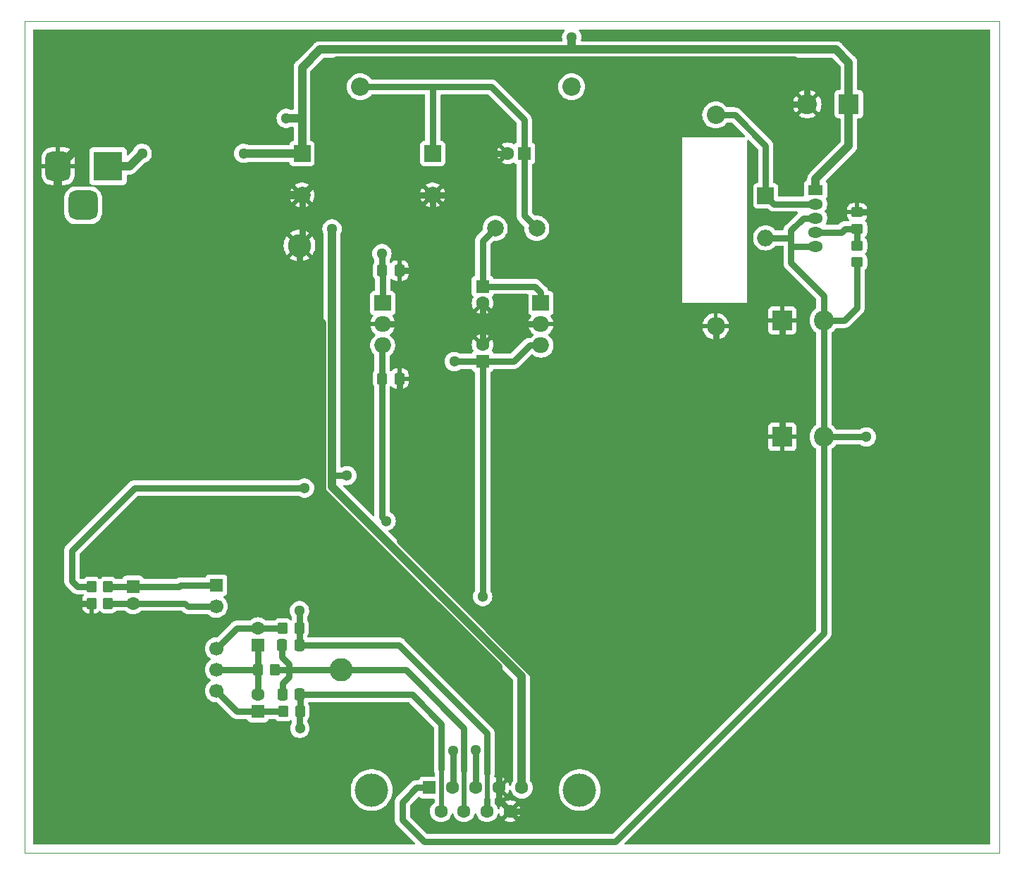
<source format=gbr>
G04 #@! TF.GenerationSoftware,KiCad,Pcbnew,7.0.2-1.fc37*
G04 #@! TF.CreationDate,2023-07-20T15:30:54+02:00*
G04 #@! TF.ProjectId,office_amp,6f666669-6365-45f6-916d-702e6b696361,V1.3*
G04 #@! TF.SameCoordinates,Original*
G04 #@! TF.FileFunction,Copper,L2,Bot*
G04 #@! TF.FilePolarity,Positive*
%FSLAX46Y46*%
G04 Gerber Fmt 4.6, Leading zero omitted, Abs format (unit mm)*
G04 Created by KiCad (PCBNEW 7.0.2-1.fc37) date 2023-07-20 15:30:54*
%MOMM*%
%LPD*%
G01*
G04 APERTURE LIST*
G04 Aperture macros list*
%AMRoundRect*
0 Rectangle with rounded corners*
0 $1 Rounding radius*
0 $2 $3 $4 $5 $6 $7 $8 $9 X,Y pos of 4 corners*
0 Add a 4 corners polygon primitive as box body*
4,1,4,$2,$3,$4,$5,$6,$7,$8,$9,$2,$3,0*
0 Add four circle primitives for the rounded corners*
1,1,$1+$1,$2,$3*
1,1,$1+$1,$4,$5*
1,1,$1+$1,$6,$7*
1,1,$1+$1,$8,$9*
0 Add four rect primitives between the rounded corners*
20,1,$1+$1,$2,$3,$4,$5,0*
20,1,$1+$1,$4,$5,$6,$7,0*
20,1,$1+$1,$6,$7,$8,$9,0*
20,1,$1+$1,$8,$9,$2,$3,0*%
G04 Aperture macros list end*
G04 #@! TA.AperFunction,Profile*
%ADD10C,0.100000*%
G04 #@! TD*
G04 #@! TA.AperFunction,ComponentPad*
%ADD11R,3.500000X3.500000*%
G04 #@! TD*
G04 #@! TA.AperFunction,ComponentPad*
%ADD12RoundRect,0.750000X-0.750000X-1.000000X0.750000X-1.000000X0.750000X1.000000X-0.750000X1.000000X0*%
G04 #@! TD*
G04 #@! TA.AperFunction,ComponentPad*
%ADD13RoundRect,0.875000X-0.875000X-0.875000X0.875000X-0.875000X0.875000X0.875000X-0.875000X0.875000X0*%
G04 #@! TD*
G04 #@! TA.AperFunction,ComponentPad*
%ADD14R,2.400000X2.400000*%
G04 #@! TD*
G04 #@! TA.AperFunction,ComponentPad*
%ADD15C,2.400000*%
G04 #@! TD*
G04 #@! TA.AperFunction,ComponentPad*
%ADD16R,1.600000X1.600000*%
G04 #@! TD*
G04 #@! TA.AperFunction,ComponentPad*
%ADD17C,1.600000*%
G04 #@! TD*
G04 #@! TA.AperFunction,ComponentPad*
%ADD18C,1.700000*%
G04 #@! TD*
G04 #@! TA.AperFunction,ComponentPad*
%ADD19R,2.000000X1.905000*%
G04 #@! TD*
G04 #@! TA.AperFunction,ComponentPad*
%ADD20O,2.000000X1.905000*%
G04 #@! TD*
G04 #@! TA.AperFunction,ComponentPad*
%ADD21R,2.000000X2.000000*%
G04 #@! TD*
G04 #@! TA.AperFunction,ComponentPad*
%ADD22C,2.000000*%
G04 #@! TD*
G04 #@! TA.AperFunction,ComponentPad*
%ADD23O,2.000000X2.000000*%
G04 #@! TD*
G04 #@! TA.AperFunction,ComponentPad*
%ADD24R,1.800000X1.275000*%
G04 #@! TD*
G04 #@! TA.AperFunction,ComponentPad*
%ADD25O,1.800000X1.275000*%
G04 #@! TD*
G04 #@! TA.AperFunction,ComponentPad*
%ADD26C,2.200000*%
G04 #@! TD*
G04 #@! TA.AperFunction,ComponentPad*
%ADD27O,2.200000X2.200000*%
G04 #@! TD*
G04 #@! TA.AperFunction,ComponentPad*
%ADD28C,4.000000*%
G04 #@! TD*
G04 #@! TA.AperFunction,ComponentPad*
%ADD29C,2.800000*%
G04 #@! TD*
G04 #@! TA.AperFunction,SMDPad,CuDef*
%ADD30RoundRect,0.250000X-0.337500X-0.475000X0.337500X-0.475000X0.337500X0.475000X-0.337500X0.475000X0*%
G04 #@! TD*
G04 #@! TA.AperFunction,SMDPad,CuDef*
%ADD31RoundRect,0.250000X0.350000X0.450000X-0.350000X0.450000X-0.350000X-0.450000X0.350000X-0.450000X0*%
G04 #@! TD*
G04 #@! TA.AperFunction,SMDPad,CuDef*
%ADD32RoundRect,0.250000X0.337500X0.475000X-0.337500X0.475000X-0.337500X-0.475000X0.337500X-0.475000X0*%
G04 #@! TD*
G04 #@! TA.AperFunction,SMDPad,CuDef*
%ADD33RoundRect,0.250000X-0.450000X0.350000X-0.450000X-0.350000X0.450000X-0.350000X0.450000X0.350000X0*%
G04 #@! TD*
G04 #@! TA.AperFunction,ViaPad*
%ADD34C,1.300000*%
G04 #@! TD*
G04 #@! TA.AperFunction,Conductor*
%ADD35C,1.000000*%
G04 #@! TD*
G04 #@! TA.AperFunction,Conductor*
%ADD36C,0.800000*%
G04 #@! TD*
G04 #@! TA.AperFunction,Conductor*
%ADD37C,0.600000*%
G04 #@! TD*
%ADD38C,0.350000*%
%ADD39O,1.000000X3.000000*%
%ADD40O,3.000000X1.000000*%
G04 APERTURE END LIST*
D10*
X90000000Y-58000000D02*
X207100000Y-58000000D01*
X207100000Y-158000000D02*
X90000000Y-158000000D01*
X207100000Y-58000000D02*
X207100000Y-158000000D01*
X90000000Y-158000000D02*
X90000000Y-58000000D01*
D11*
X100000000Y-75460177D03*
D12*
X94000000Y-75460177D03*
D13*
X97000000Y-80160177D03*
D14*
X181000000Y-94000000D03*
D15*
X186000000Y-94000000D03*
D16*
X103000000Y-126000000D03*
D17*
X103000000Y-128000000D03*
D16*
X113000000Y-125840000D03*
D18*
X113000000Y-128380000D03*
X113000000Y-133460000D03*
X113000000Y-136000000D03*
X113000000Y-138540000D03*
D19*
X152000000Y-91920000D03*
D20*
X152000000Y-94460000D03*
X152000000Y-97000000D03*
D16*
X150000000Y-73920000D03*
D17*
X148000000Y-73920000D03*
D21*
X123300000Y-73950000D03*
D22*
X123300000Y-78950000D03*
D14*
X181000000Y-108000000D03*
D15*
X186000000Y-108000000D03*
D21*
X139000000Y-73920000D03*
D22*
X139000000Y-78920000D03*
D21*
X179000000Y-79000000D03*
D23*
X179000000Y-84080000D03*
D24*
X185000000Y-78300000D03*
D25*
X185000000Y-80000000D03*
X185000000Y-81700000D03*
X185000000Y-83400000D03*
X185000000Y-85100000D03*
D14*
X189000000Y-68000000D03*
D15*
X184000000Y-68000000D03*
D16*
X145000000Y-98920000D03*
D17*
X145000000Y-96920000D03*
D26*
X173000000Y-69300000D03*
D27*
X173000000Y-94700000D03*
D16*
X145000000Y-89920000D03*
D17*
X145000000Y-91920000D03*
D26*
X155700000Y-65920000D03*
D27*
X130300000Y-65920000D03*
D16*
X118000000Y-133000000D03*
D17*
X118000000Y-131000000D03*
D16*
X118000000Y-141000000D03*
D17*
X118000000Y-139000000D03*
D28*
X131655000Y-150460000D03*
X156655000Y-150460000D03*
D16*
X138615000Y-150160000D03*
D17*
X141385000Y-150160000D03*
X144155000Y-150160000D03*
X146925000Y-150160000D03*
X149695000Y-150160000D03*
X140000000Y-153000000D03*
X142770000Y-153000000D03*
X145540000Y-153000000D03*
X148310000Y-153000000D03*
D29*
X123000000Y-85000000D03*
X128000000Y-136000000D03*
D22*
X151500000Y-82920000D03*
X146500000Y-82920000D03*
D19*
X133000000Y-91920000D03*
D20*
X133000000Y-94460000D03*
X133000000Y-97000000D03*
D30*
X132925000Y-88000000D03*
X135000000Y-88000000D03*
D31*
X120000000Y-136000000D03*
X118000000Y-136000000D03*
X123050000Y-141000000D03*
X121050000Y-141000000D03*
X123000000Y-131000000D03*
X121000000Y-131000000D03*
D32*
X123037500Y-139000000D03*
X120962500Y-139000000D03*
D30*
X132925000Y-101000000D03*
X135000000Y-101000000D03*
D33*
X190000000Y-81000000D03*
X190000000Y-83000000D03*
X190000000Y-85000000D03*
X190000000Y-87000000D03*
D31*
X100000000Y-126000000D03*
X98000000Y-126000000D03*
X100000000Y-128000000D03*
X98000000Y-128000000D03*
D30*
X120925000Y-133000000D03*
X123000000Y-133000000D03*
D34*
X123600000Y-114150000D03*
X155700000Y-59950000D03*
X116300000Y-73917677D03*
X128700000Y-112650000D03*
X121400000Y-69700000D03*
X126900000Y-83000000D03*
X133400000Y-118100000D03*
X141450000Y-145700000D03*
X123050000Y-143050000D03*
X123000000Y-128900000D03*
X104100000Y-73917677D03*
X191100000Y-108000000D03*
X191950000Y-81000000D03*
X97300000Y-85117677D03*
X132900000Y-85950000D03*
X145000000Y-127200000D03*
X144150000Y-145650000D03*
X141600000Y-98950000D03*
D35*
X123300000Y-73950000D02*
X123300000Y-69700000D01*
X123300000Y-69700000D02*
X121400000Y-69700000D01*
D36*
X103150000Y-114150000D02*
X95650000Y-121650000D01*
D35*
X149695000Y-136795000D02*
X126900000Y-114000000D01*
X155700000Y-61400000D02*
X155650000Y-61450000D01*
X126900000Y-112600000D02*
X126900000Y-83000000D01*
X126900000Y-114000000D02*
X126900000Y-112600000D01*
X123300000Y-69700000D02*
X123300000Y-63600000D01*
X123300000Y-63600000D02*
X125450000Y-61450000D01*
X189000000Y-63000000D02*
X189000000Y-68000000D01*
D36*
X96300000Y-126000000D02*
X98000000Y-126000000D01*
X128650000Y-112600000D02*
X128700000Y-112650000D01*
X95650000Y-121650000D02*
X95650000Y-125350000D01*
X123600000Y-114150000D02*
X103150000Y-114150000D01*
D35*
X116300000Y-73917677D02*
X123267677Y-73917677D01*
X187450000Y-61450000D02*
X189000000Y-63000000D01*
X149695000Y-150160000D02*
X149695000Y-136795000D01*
X125450000Y-61450000D02*
X155650000Y-61450000D01*
X155700000Y-59950000D02*
X155700000Y-61400000D01*
X155650000Y-61450000D02*
X187450000Y-61450000D01*
X189000000Y-73000000D02*
X185000000Y-77000000D01*
X189000000Y-68000000D02*
X189000000Y-73000000D01*
X185000000Y-77000000D02*
X185000000Y-78300000D01*
D36*
X126900000Y-112600000D02*
X128650000Y-112600000D01*
D35*
X123267677Y-73917677D02*
X123300000Y-73950000D01*
D36*
X95650000Y-125350000D02*
X96300000Y-126000000D01*
X132925000Y-101000000D02*
X132925000Y-117625000D01*
X132925000Y-117625000D02*
X133400000Y-118100000D01*
X141450000Y-150095000D02*
X141385000Y-150160000D01*
X132925000Y-97075000D02*
X133000000Y-97000000D01*
X141450000Y-145700000D02*
X141450000Y-150095000D01*
X132925000Y-101000000D02*
X132925000Y-97075000D01*
X108500000Y-126000000D02*
X108660000Y-125840000D01*
X113000000Y-125840000D02*
X108660000Y-125840000D01*
X103000000Y-126000000D02*
X108500000Y-126000000D01*
X100000000Y-126000000D02*
X103000000Y-126000000D01*
X140000000Y-153000000D02*
X140050000Y-152950000D01*
X123000000Y-141000000D02*
X123000000Y-143000000D01*
X140050000Y-147950000D02*
X140050000Y-142514214D01*
X123000000Y-143000000D02*
X123050000Y-143050000D01*
D37*
X140050000Y-152950000D02*
X140050000Y-149650000D01*
D36*
X123050000Y-139012500D02*
X123037500Y-139000000D01*
X140050000Y-142514214D02*
X136535786Y-139000000D01*
X136535786Y-139000000D02*
X123037500Y-139000000D01*
D37*
X140050000Y-149650000D02*
X140050000Y-147950000D01*
D36*
X123050000Y-141000000D02*
X123050000Y-139012500D01*
X103000000Y-128000000D02*
X109240000Y-128000000D01*
X109240000Y-128000000D02*
X109620000Y-128380000D01*
X113000000Y-128380000D02*
X109620000Y-128380000D01*
X100000000Y-128000000D02*
X103000000Y-128000000D01*
D37*
X145540000Y-151610000D02*
X145540000Y-148460000D01*
D36*
X123000000Y-133000000D02*
X123000000Y-131000000D01*
X134900000Y-133000000D02*
X145540000Y-143640000D01*
X145540000Y-153000000D02*
X145540000Y-151610000D01*
X145540000Y-143640000D02*
X145540000Y-148460000D01*
X123000000Y-133000000D02*
X134900000Y-133000000D01*
X123000000Y-131000000D02*
X123000000Y-128900000D01*
D35*
X102557500Y-75460177D02*
X104100000Y-73917677D01*
X100000000Y-75460177D02*
X102557500Y-75460177D01*
D36*
X139000000Y-65970000D02*
X138950000Y-65920000D01*
X138950000Y-65920000D02*
X146020000Y-65920000D01*
X150000000Y-81420000D02*
X151500000Y-82920000D01*
X139000000Y-73920000D02*
X139000000Y-65970000D01*
X130300000Y-65920000D02*
X138950000Y-65920000D01*
X146020000Y-65920000D02*
X150000000Y-69900000D01*
X150000000Y-69900000D02*
X150000000Y-73920000D01*
X150000000Y-73920000D02*
X150000000Y-81420000D01*
X118000000Y-141000000D02*
X115460000Y-141000000D01*
X118000000Y-141000000D02*
X121050000Y-141000000D01*
X115460000Y-141000000D02*
X113000000Y-138540000D01*
X118000000Y-139000000D02*
X118000000Y-136000000D01*
X113000000Y-136000000D02*
X118000000Y-136000000D01*
X118000000Y-133000000D02*
X118000000Y-136000000D01*
X152000000Y-91920000D02*
X152000000Y-90650000D01*
X152000000Y-90650000D02*
X151270000Y-89920000D01*
X145000000Y-89920000D02*
X151270000Y-89920000D01*
X145000000Y-89920000D02*
X145000000Y-84420000D01*
X145000000Y-84420000D02*
X146500000Y-82920000D01*
X185000000Y-80000000D02*
X180000000Y-80000000D01*
X179000000Y-79000000D02*
X179000000Y-73000000D01*
X180000000Y-80000000D02*
X179000000Y-79000000D01*
X179000000Y-73000000D02*
X175300000Y-69300000D01*
X175300000Y-69300000D02*
X173000000Y-69300000D01*
X190000000Y-83000000D02*
X188500000Y-83000000D01*
X185000000Y-83400000D02*
X188100000Y-83400000D01*
X190000000Y-85000000D02*
X190000000Y-83000000D01*
X188100000Y-83400000D02*
X188500000Y-83000000D01*
X182050000Y-83200000D02*
X182050000Y-84000000D01*
X182050000Y-84000000D02*
X182050000Y-85050000D01*
X160950000Y-156650000D02*
X138000000Y-156650000D01*
X135350000Y-154000000D02*
X135350000Y-151900000D01*
X137090000Y-150160000D02*
X138615000Y-150160000D01*
X182050000Y-85050000D02*
X182050000Y-87100000D01*
X185000000Y-85100000D02*
X182100000Y-85100000D01*
X190000000Y-92450000D02*
X188450000Y-94000000D01*
X182100000Y-85100000D02*
X182050000Y-85050000D01*
X179000000Y-84080000D02*
X181970000Y-84080000D01*
X186000000Y-91050000D02*
X186000000Y-94000000D01*
X182050000Y-87100000D02*
X186000000Y-91050000D01*
X138000000Y-156650000D02*
X135350000Y-154000000D01*
X186000000Y-131600000D02*
X160950000Y-156650000D01*
X185000000Y-81700000D02*
X183550000Y-81700000D01*
X188450000Y-94000000D02*
X186000000Y-94000000D01*
X190000000Y-87000000D02*
X190000000Y-92450000D01*
X181970000Y-84080000D02*
X182050000Y-84000000D01*
X186000000Y-108000000D02*
X186000000Y-131600000D01*
X186000000Y-108000000D02*
X186000000Y-94000000D01*
X183550000Y-81700000D02*
X182050000Y-83200000D01*
X135350000Y-151900000D02*
X137090000Y-150160000D01*
X186000000Y-108000000D02*
X191100000Y-108000000D01*
X118000000Y-131000000D02*
X121000000Y-131000000D01*
X113000000Y-133460000D02*
X115460000Y-131000000D01*
X115460000Y-131000000D02*
X118000000Y-131000000D01*
X121750000Y-135300000D02*
X121750000Y-136000000D01*
X135750000Y-136000000D02*
X128000000Y-136000000D01*
X120000000Y-136000000D02*
X121750000Y-136000000D01*
X142770000Y-143020000D02*
X135750000Y-136000000D01*
X120962500Y-139000000D02*
X120962500Y-137637500D01*
X120962500Y-137637500D02*
X121750000Y-136850000D01*
X121750000Y-136000000D02*
X128000000Y-136000000D01*
X121750000Y-136850000D02*
X121750000Y-136000000D01*
X142770000Y-148070000D02*
X142770000Y-143020000D01*
D37*
X142770000Y-149070000D02*
X142770000Y-148070000D01*
D36*
X120925000Y-134475000D02*
X121750000Y-135300000D01*
D37*
X142770000Y-153000000D02*
X142770000Y-149070000D01*
D36*
X120925000Y-133000000D02*
X120925000Y-134475000D01*
X180850000Y-96900000D02*
X181000000Y-96750000D01*
X169900000Y-96900000D02*
X172950000Y-96900000D01*
X123300000Y-78950000D02*
X123300000Y-84700000D01*
X151905634Y-137450000D02*
X135000000Y-120544366D01*
D35*
X94000000Y-83817677D02*
X94000000Y-75460177D01*
X97700000Y-71917677D02*
X106300000Y-71917677D01*
D36*
X138960000Y-94460000D02*
X139000000Y-94500000D01*
X182400000Y-62600000D02*
X184000000Y-64200000D01*
X136000000Y-77600000D02*
X137320000Y-78920000D01*
X127400000Y-62600000D02*
X182400000Y-62600000D01*
X173000000Y-94700000D02*
X173000000Y-96850000D01*
X126200000Y-68900000D02*
X131550000Y-68900000D01*
X131550000Y-68900000D02*
X136000000Y-73350000D01*
X123000000Y-85000000D02*
X123000000Y-91450000D01*
X145930000Y-73920000D02*
X140930000Y-78920000D01*
X94400000Y-128000000D02*
X98000000Y-128000000D01*
X148000000Y-73920000D02*
X145930000Y-73920000D01*
X146925000Y-151615000D02*
X148310000Y-153000000D01*
X125800000Y-112550000D02*
X102500000Y-112550000D01*
X178100000Y-68000000D02*
X176900000Y-66800000D01*
X150850000Y-153000000D02*
X152000000Y-151850000D01*
X191950000Y-81000000D02*
X190000000Y-81000000D01*
X167600000Y-94600000D02*
X169900000Y-96900000D01*
X126200000Y-76050000D02*
X126200000Y-68900000D01*
X93750000Y-127350000D02*
X94400000Y-128000000D01*
X152000000Y-137450000D02*
X151905634Y-137450000D01*
X125800000Y-112550000D02*
X125800000Y-114455635D01*
D35*
X106300000Y-71917677D02*
X113332323Y-78950000D01*
D36*
X181000000Y-94000000D02*
X181000000Y-96750000D01*
X145010000Y-94460000D02*
X145000000Y-94450000D01*
X145000000Y-94470000D02*
X145000000Y-96920000D01*
X126200000Y-63800000D02*
X127400000Y-62600000D01*
X146925000Y-135580634D02*
X146925000Y-150160000D01*
X138800000Y-88000000D02*
X139000000Y-88200000D01*
D35*
X113332323Y-78950000D02*
X123300000Y-78950000D01*
D36*
X123000000Y-91450000D02*
X125800000Y-94250000D01*
D35*
X94000000Y-75460177D02*
X94157500Y-75460177D01*
D36*
X173000000Y-96850000D02*
X172950000Y-96900000D01*
X146925000Y-150160000D02*
X146925000Y-151615000D01*
X167600000Y-68600000D02*
X167600000Y-94600000D01*
X139000000Y-78920000D02*
X139000000Y-88200000D01*
X125800000Y-114455635D02*
X146925000Y-135580634D01*
X123300000Y-84700000D02*
X123000000Y-85000000D01*
X135000000Y-120544366D02*
X135000000Y-101000000D01*
X133000000Y-94460000D02*
X138960000Y-94460000D01*
X145010000Y-94460000D02*
X145000000Y-94470000D01*
X125800000Y-94250000D02*
X125800000Y-112550000D01*
X144950000Y-94500000D02*
X145000000Y-94450000D01*
X140930000Y-78920000D02*
X139000000Y-78920000D01*
X148310000Y-153000000D02*
X150850000Y-153000000D01*
X136000000Y-73350000D02*
X136000000Y-77600000D01*
X139000000Y-94500000D02*
X144950000Y-94500000D01*
X137320000Y-78920000D02*
X139000000Y-78920000D01*
X172950000Y-96900000D02*
X180850000Y-96900000D01*
X184000000Y-64200000D02*
X184000000Y-68000000D01*
D35*
X94157500Y-75460177D02*
X97700000Y-71917677D01*
D36*
X139000000Y-88200000D02*
X139000000Y-94500000D01*
X126200000Y-68900000D02*
X126200000Y-63800000D01*
X181000000Y-96750000D02*
X181000000Y-108000000D01*
X135000000Y-88000000D02*
X138800000Y-88000000D01*
X123300000Y-78950000D02*
X126200000Y-76050000D01*
X102500000Y-112550000D02*
X93750000Y-121300000D01*
D35*
X97300000Y-85117677D02*
X95300000Y-85117677D01*
D36*
X184000000Y-68000000D02*
X178100000Y-68000000D01*
X152000000Y-94460000D02*
X145010000Y-94460000D01*
X93750000Y-121300000D02*
X93750000Y-127350000D01*
X145000000Y-94450000D02*
X145000000Y-91920000D01*
X169400000Y-66800000D02*
X167600000Y-68600000D01*
D35*
X95300000Y-85117677D02*
X94000000Y-83817677D01*
D36*
X176900000Y-66800000D02*
X169400000Y-66800000D01*
X152000000Y-151850000D02*
X152000000Y-137450000D01*
X150650000Y-97000000D02*
X148730000Y-98920000D01*
X133000000Y-88075000D02*
X132925000Y-88000000D01*
X144150000Y-150155000D02*
X144155000Y-150160000D01*
X132925000Y-88000000D02*
X132925000Y-85975000D01*
X144150000Y-145650000D02*
X144150000Y-150155000D01*
X148730000Y-98920000D02*
X145000000Y-98920000D01*
X145000000Y-98920000D02*
X145000000Y-127200000D01*
X145000000Y-98920000D02*
X141630000Y-98920000D01*
X152000000Y-97000000D02*
X150650000Y-97000000D01*
X133000000Y-91920000D02*
X133000000Y-88075000D01*
X132925000Y-85975000D02*
X132900000Y-85950000D01*
X141630000Y-98920000D02*
X141600000Y-98950000D01*
G04 #@! TA.AperFunction,Conductor*
G36*
X154783697Y-59019685D02*
G01*
X154829452Y-59072489D01*
X154839396Y-59141647D01*
X154815612Y-59198727D01*
X154710803Y-59337516D01*
X154615101Y-59529710D01*
X154556346Y-59736211D01*
X154536537Y-59949999D01*
X154556346Y-60163786D01*
X154590427Y-60283565D01*
X154589841Y-60353433D01*
X154551574Y-60411892D01*
X154487777Y-60440382D01*
X154471161Y-60441500D01*
X125505640Y-60441500D01*
X125493486Y-60440903D01*
X125450000Y-60436620D01*
X125400453Y-60441500D01*
X125252301Y-60456091D01*
X125188931Y-60475314D01*
X125062196Y-60513759D01*
X125062192Y-60513760D01*
X125062192Y-60513761D01*
X124886996Y-60607404D01*
X124733433Y-60733430D01*
X124705707Y-60767214D01*
X124697536Y-60776228D01*
X122626228Y-62847536D01*
X122617214Y-62855707D01*
X122583430Y-62883433D01*
X122457404Y-63036996D01*
X122371507Y-63197701D01*
X122363758Y-63212197D01*
X122306091Y-63402297D01*
X122286620Y-63599999D01*
X122290903Y-63643487D01*
X122291500Y-63655641D01*
X122291500Y-68567500D01*
X122271815Y-68634539D01*
X122219011Y-68680294D01*
X122167500Y-68691500D01*
X122007161Y-68691500D01*
X121941883Y-68672927D01*
X121918601Y-68658511D01*
X121785017Y-68606760D01*
X121718397Y-68580951D01*
X121507351Y-68541500D01*
X121292649Y-68541500D01*
X121081603Y-68580951D01*
X121081598Y-68580952D01*
X120881401Y-68658509D01*
X120698856Y-68771536D01*
X120540188Y-68916180D01*
X120410804Y-69087513D01*
X120315101Y-69279710D01*
X120256346Y-69486211D01*
X120236537Y-69700000D01*
X120256346Y-69913788D01*
X120315101Y-70120289D01*
X120410804Y-70312486D01*
X120540188Y-70483819D01*
X120673478Y-70605328D01*
X120698857Y-70628464D01*
X120790128Y-70684976D01*
X120881401Y-70741490D01*
X121062938Y-70811818D01*
X121081603Y-70819049D01*
X121292649Y-70858500D01*
X121292651Y-70858500D01*
X121507349Y-70858500D01*
X121507351Y-70858500D01*
X121718397Y-70819049D01*
X121918600Y-70741489D01*
X121941882Y-70727073D01*
X122007161Y-70708500D01*
X122167500Y-70708500D01*
X122234539Y-70728185D01*
X122280294Y-70780989D01*
X122291500Y-70832500D01*
X122291500Y-72325800D01*
X122271815Y-72392839D01*
X122219011Y-72438594D01*
X122205312Y-72442353D01*
X122205392Y-72442567D01*
X122053796Y-72499110D01*
X121936738Y-72586738D01*
X121849111Y-72703795D01*
X121802593Y-72828512D01*
X121760722Y-72884445D01*
X121695257Y-72908861D01*
X121686412Y-72909177D01*
X116907161Y-72909177D01*
X116841883Y-72890604D01*
X116818601Y-72876188D01*
X116709518Y-72833929D01*
X116618397Y-72798628D01*
X116407351Y-72759177D01*
X116192649Y-72759177D01*
X116005184Y-72794220D01*
X115981598Y-72798629D01*
X115781401Y-72876186D01*
X115598856Y-72989213D01*
X115440188Y-73133857D01*
X115310804Y-73305190D01*
X115215101Y-73497387D01*
X115156346Y-73703888D01*
X115136537Y-73917677D01*
X115156346Y-74131465D01*
X115215101Y-74337966D01*
X115310804Y-74530163D01*
X115440188Y-74701496D01*
X115580275Y-74829201D01*
X115598857Y-74846141D01*
X115690128Y-74902653D01*
X115781401Y-74959167D01*
X115947339Y-75023452D01*
X115981603Y-75036726D01*
X116192649Y-75076177D01*
X116192651Y-75076177D01*
X116407349Y-75076177D01*
X116407351Y-75076177D01*
X116618397Y-75036726D01*
X116818600Y-74959166D01*
X116841882Y-74944750D01*
X116907161Y-74926177D01*
X121672326Y-74926177D01*
X121739365Y-74945862D01*
X121785120Y-74998666D01*
X121795616Y-75036923D01*
X121798011Y-75059204D01*
X121849110Y-75196203D01*
X121936738Y-75313261D01*
X122053796Y-75400889D01*
X122190794Y-75451988D01*
X122190797Y-75451988D01*
X122190799Y-75451989D01*
X122251362Y-75458500D01*
X122254672Y-75458500D01*
X124345328Y-75458500D01*
X124348638Y-75458500D01*
X124409201Y-75451989D01*
X124409203Y-75451988D01*
X124409205Y-75451988D01*
X124489636Y-75421988D01*
X124546204Y-75400889D01*
X124663261Y-75313261D01*
X124750889Y-75196204D01*
X124793015Y-75083261D01*
X124801988Y-75059205D01*
X124801988Y-75059203D01*
X124801989Y-75059201D01*
X124808500Y-74998638D01*
X124808500Y-72901362D01*
X124801989Y-72840799D01*
X124801988Y-72840797D01*
X124801988Y-72840794D01*
X124750889Y-72703796D01*
X124663261Y-72586738D01*
X124546203Y-72499110D01*
X124394608Y-72442567D01*
X124395797Y-72439379D01*
X124354679Y-72422340D01*
X124314839Y-72364942D01*
X124308500Y-72325806D01*
X124308500Y-69755638D01*
X124309097Y-69743485D01*
X124310994Y-69724222D01*
X124313380Y-69700000D01*
X124309097Y-69656513D01*
X124308500Y-69644359D01*
X124308500Y-65920000D01*
X128686526Y-65920000D01*
X128706391Y-66172404D01*
X128765494Y-66418590D01*
X128773012Y-66436739D01*
X128862384Y-66652502D01*
X128994672Y-66868376D01*
X129159102Y-67060898D01*
X129351624Y-67225328D01*
X129567498Y-67357616D01*
X129801409Y-67454505D01*
X130047597Y-67513609D01*
X130300000Y-67533474D01*
X130552403Y-67513609D01*
X130798591Y-67454505D01*
X131032502Y-67357616D01*
X131248376Y-67225328D01*
X131440898Y-67060898D01*
X131602260Y-66871967D01*
X131660767Y-66833775D01*
X131696550Y-66828500D01*
X137967500Y-66828500D01*
X138034539Y-66848185D01*
X138080294Y-66900989D01*
X138091500Y-66952500D01*
X138091500Y-72287500D01*
X138071815Y-72354539D01*
X138019011Y-72400294D01*
X137967500Y-72411500D01*
X137951362Y-72411500D01*
X137948082Y-72411852D01*
X137948075Y-72411853D01*
X137890794Y-72418011D01*
X137753796Y-72469110D01*
X137636738Y-72556738D01*
X137549110Y-72673796D01*
X137498011Y-72810794D01*
X137491853Y-72868075D01*
X137491500Y-72871362D01*
X137491500Y-74968638D01*
X137491852Y-74971918D01*
X137491853Y-74971924D01*
X137498011Y-75029205D01*
X137549110Y-75166203D01*
X137636738Y-75283261D01*
X137753796Y-75370889D01*
X137890794Y-75421988D01*
X137890797Y-75421988D01*
X137890799Y-75421989D01*
X137951362Y-75428500D01*
X137954672Y-75428500D01*
X140045328Y-75428500D01*
X140048638Y-75428500D01*
X140109201Y-75421989D01*
X140109203Y-75421988D01*
X140109205Y-75421988D01*
X140187124Y-75392924D01*
X140246204Y-75370889D01*
X140363261Y-75283261D01*
X140450889Y-75166204D01*
X140472924Y-75107124D01*
X140501988Y-75029205D01*
X140501988Y-75029203D01*
X140501989Y-75029201D01*
X140508500Y-74968638D01*
X140508500Y-72871362D01*
X140501989Y-72810799D01*
X140501988Y-72810797D01*
X140501988Y-72810794D01*
X140450889Y-72673796D01*
X140363261Y-72556738D01*
X140246203Y-72469110D01*
X140109205Y-72418011D01*
X140051924Y-72411853D01*
X140051918Y-72411852D01*
X140048638Y-72411500D01*
X140045328Y-72411500D01*
X140032500Y-72411500D01*
X139965461Y-72391815D01*
X139919706Y-72339011D01*
X139908500Y-72287500D01*
X139908500Y-66952500D01*
X139928185Y-66885461D01*
X139980989Y-66839706D01*
X140032500Y-66828500D01*
X145592325Y-66828500D01*
X145659364Y-66848185D01*
X145680005Y-66864818D01*
X149055182Y-70239995D01*
X149088666Y-70301316D01*
X149091500Y-70327674D01*
X149091500Y-72531655D01*
X149071815Y-72598694D01*
X149019011Y-72644449D01*
X149010834Y-72647836D01*
X148953796Y-72669110D01*
X148836736Y-72756740D01*
X148829087Y-72766958D01*
X148773152Y-72808827D01*
X148703460Y-72813809D01*
X148658701Y-72794220D01*
X148652483Y-72789866D01*
X148446326Y-72693733D01*
X148226602Y-72634858D01*
X147999999Y-72615033D01*
X147773397Y-72634858D01*
X147553672Y-72693733D01*
X147347516Y-72789865D01*
X147274526Y-72840973D01*
X147955599Y-73522046D01*
X147874852Y-73534835D01*
X147761955Y-73592359D01*
X147672359Y-73681955D01*
X147614835Y-73794852D01*
X147602046Y-73875599D01*
X146920973Y-73194526D01*
X146920973Y-73194527D01*
X146869865Y-73267516D01*
X146773733Y-73473672D01*
X146714858Y-73693397D01*
X146695033Y-73920000D01*
X146714858Y-74146602D01*
X146773733Y-74366326D01*
X146869866Y-74572484D01*
X146920972Y-74645471D01*
X146920974Y-74645472D01*
X147602046Y-73964399D01*
X147614835Y-74045148D01*
X147672359Y-74158045D01*
X147761955Y-74247641D01*
X147874852Y-74305165D01*
X147955597Y-74317953D01*
X147274526Y-74999025D01*
X147274526Y-74999026D01*
X147347515Y-75050133D01*
X147553673Y-75146266D01*
X147773397Y-75205141D01*
X148000000Y-75224966D01*
X148226602Y-75205141D01*
X148446326Y-75146266D01*
X148652481Y-75050134D01*
X148658692Y-75045785D01*
X148724896Y-75023452D01*
X148792665Y-75040457D01*
X148829090Y-75073044D01*
X148836738Y-75083261D01*
X148906760Y-75135678D01*
X148953796Y-75170889D01*
X149010835Y-75192163D01*
X149066767Y-75234033D01*
X149091184Y-75299497D01*
X149091500Y-75308344D01*
X149091500Y-81338743D01*
X149089973Y-81358141D01*
X149087748Y-81372188D01*
X149091330Y-81440537D01*
X149091500Y-81447027D01*
X149091500Y-81467610D01*
X149091837Y-81470826D01*
X149091838Y-81470827D01*
X149093651Y-81488081D01*
X149094159Y-81494543D01*
X149097742Y-81562899D01*
X149097742Y-81562902D01*
X149097743Y-81562903D01*
X149101426Y-81576648D01*
X149104969Y-81595768D01*
X149106457Y-81609926D01*
X149127613Y-81675038D01*
X149129449Y-81681237D01*
X149133359Y-81695824D01*
X149147171Y-81747373D01*
X149153630Y-81760049D01*
X149161074Y-81778019D01*
X149165472Y-81791555D01*
X149165473Y-81791556D01*
X149199706Y-81850849D01*
X149202796Y-81856541D01*
X149233871Y-81917530D01*
X149242828Y-81928592D01*
X149253844Y-81944621D01*
X149260958Y-81956943D01*
X149306760Y-82007811D01*
X149310974Y-82012745D01*
X149323928Y-82028741D01*
X149326224Y-82031037D01*
X149338478Y-82043291D01*
X149342947Y-82048000D01*
X149384356Y-82093990D01*
X149388747Y-82098866D01*
X149400257Y-82107228D01*
X149415051Y-82119864D01*
X149963073Y-82667886D01*
X149996558Y-82729209D01*
X149999010Y-82765295D01*
X149986835Y-82919999D01*
X150005465Y-83156712D01*
X150060894Y-83387593D01*
X150074437Y-83420288D01*
X150151760Y-83606963D01*
X150275824Y-83809416D01*
X150430031Y-83989969D01*
X150610584Y-84144176D01*
X150813037Y-84268240D01*
X151032406Y-84359105D01*
X151263289Y-84414535D01*
X151500000Y-84433165D01*
X151736711Y-84414535D01*
X151967594Y-84359105D01*
X152186963Y-84268240D01*
X152389416Y-84144176D01*
X152569969Y-83989969D01*
X152724176Y-83809416D01*
X152848240Y-83606963D01*
X152939105Y-83387594D01*
X152994535Y-83156711D01*
X153013165Y-82920000D01*
X152994535Y-82683289D01*
X152939105Y-82452406D01*
X152848240Y-82233037D01*
X152724176Y-82030584D01*
X152569969Y-81850031D01*
X152389416Y-81695824D01*
X152186963Y-81571760D01*
X152020227Y-81502696D01*
X151967593Y-81480894D01*
X151736712Y-81425465D01*
X151618355Y-81416150D01*
X151500000Y-81406835D01*
X151499999Y-81406835D01*
X151345295Y-81419010D01*
X151276918Y-81404645D01*
X151247886Y-81383073D01*
X150944819Y-81080006D01*
X150911334Y-81018683D01*
X150908500Y-80992325D01*
X150908500Y-75308344D01*
X150928185Y-75241305D01*
X150980989Y-75195550D01*
X150989144Y-75192171D01*
X151046204Y-75170889D01*
X151163261Y-75083261D01*
X151250889Y-74966204D01*
X151301989Y-74829201D01*
X151308500Y-74768638D01*
X151308500Y-73071362D01*
X151301989Y-73010799D01*
X151301988Y-73010797D01*
X151301988Y-73010794D01*
X151250889Y-72873796D01*
X151163261Y-72756738D01*
X151046203Y-72669110D01*
X150989166Y-72647836D01*
X150933232Y-72605965D01*
X150908816Y-72540500D01*
X150908500Y-72531655D01*
X150908500Y-69981256D01*
X150910027Y-69961858D01*
X150910033Y-69961816D01*
X150912252Y-69947810D01*
X150908670Y-69879460D01*
X150908500Y-69872971D01*
X150908500Y-69855631D01*
X150908500Y-69852390D01*
X150906347Y-69831913D01*
X150905839Y-69825459D01*
X150902257Y-69757097D01*
X150898575Y-69743358D01*
X150895029Y-69724222D01*
X150893542Y-69710073D01*
X150890915Y-69701989D01*
X150872384Y-69644957D01*
X150870544Y-69638743D01*
X150852829Y-69572630D01*
X150846369Y-69559952D01*
X150838923Y-69541974D01*
X150834527Y-69528444D01*
X150810145Y-69486214D01*
X150800301Y-69469163D01*
X150797203Y-69463457D01*
X150766128Y-69402468D01*
X150757170Y-69391405D01*
X150746155Y-69375380D01*
X150739040Y-69363056D01*
X150731163Y-69354308D01*
X150693239Y-69312187D01*
X150689027Y-69307255D01*
X150678121Y-69293788D01*
X150678111Y-69293777D01*
X150676072Y-69291259D01*
X150661520Y-69276707D01*
X150657051Y-69271998D01*
X150611251Y-69221132D01*
X150599741Y-69212769D01*
X150584946Y-69200133D01*
X147304813Y-65920000D01*
X154086526Y-65920000D01*
X154106391Y-66172404D01*
X154165494Y-66418590D01*
X154173012Y-66436739D01*
X154262384Y-66652502D01*
X154394672Y-66868376D01*
X154559102Y-67060898D01*
X154751624Y-67225328D01*
X154967498Y-67357616D01*
X155201409Y-67454505D01*
X155447597Y-67513609D01*
X155700000Y-67533474D01*
X155952403Y-67513609D01*
X156198591Y-67454505D01*
X156432502Y-67357616D01*
X156648376Y-67225328D01*
X156840898Y-67060898D01*
X157005328Y-66868376D01*
X157137616Y-66652502D01*
X157234505Y-66418591D01*
X157293609Y-66172403D01*
X157313474Y-65920000D01*
X157293609Y-65667597D01*
X157234505Y-65421409D01*
X157137616Y-65187498D01*
X157005328Y-64971624D01*
X156840898Y-64779102D01*
X156648376Y-64614672D01*
X156432502Y-64482384D01*
X156315546Y-64433939D01*
X156198590Y-64385494D01*
X155952404Y-64326391D01*
X155826201Y-64316458D01*
X155700000Y-64306526D01*
X155699999Y-64306526D01*
X155447595Y-64326391D01*
X155201409Y-64385494D01*
X154967496Y-64482385D01*
X154751625Y-64614671D01*
X154559102Y-64779102D01*
X154394671Y-64971625D01*
X154262385Y-65187496D01*
X154165494Y-65421409D01*
X154106391Y-65667595D01*
X154086526Y-65920000D01*
X147304813Y-65920000D01*
X146719864Y-65335051D01*
X146707228Y-65320257D01*
X146698866Y-65308747D01*
X146648000Y-65262947D01*
X146643291Y-65258478D01*
X146631037Y-65246224D01*
X146628741Y-65243928D01*
X146612745Y-65230974D01*
X146607811Y-65226760D01*
X146556943Y-65180958D01*
X146544621Y-65173844D01*
X146528592Y-65162828D01*
X146517530Y-65153871D01*
X146456541Y-65122796D01*
X146450849Y-65119706D01*
X146418034Y-65100760D01*
X146391555Y-65085472D01*
X146378019Y-65081074D01*
X146360049Y-65073630D01*
X146347373Y-65067171D01*
X146311374Y-65057525D01*
X146281237Y-65049449D01*
X146275038Y-65047613D01*
X146209926Y-65026457D01*
X146195768Y-65024969D01*
X146176648Y-65021426D01*
X146162903Y-65017743D01*
X146162902Y-65017742D01*
X146162899Y-65017742D01*
X146094543Y-65014159D01*
X146088086Y-65013651D01*
X146067610Y-65011500D01*
X146064365Y-65011500D01*
X146047027Y-65011500D01*
X146040537Y-65011330D01*
X145972190Y-65007748D01*
X145972189Y-65007748D01*
X145958142Y-65009973D01*
X145938744Y-65011500D01*
X138977027Y-65011500D01*
X138970537Y-65011330D01*
X138902190Y-65007748D01*
X138902189Y-65007748D01*
X138888142Y-65009973D01*
X138868744Y-65011500D01*
X131696550Y-65011500D01*
X131629511Y-64991815D01*
X131602260Y-64968032D01*
X131440898Y-64779102D01*
X131248376Y-64614672D01*
X131032502Y-64482384D01*
X130915546Y-64433939D01*
X130798590Y-64385494D01*
X130552404Y-64326391D01*
X130426201Y-64316458D01*
X130300000Y-64306526D01*
X130299999Y-64306526D01*
X130047595Y-64326391D01*
X129801409Y-64385494D01*
X129567496Y-64482385D01*
X129351625Y-64614671D01*
X129159102Y-64779102D01*
X128994671Y-64971625D01*
X128862385Y-65187496D01*
X128765494Y-65421409D01*
X128706391Y-65667595D01*
X128686526Y-65920000D01*
X124308500Y-65920000D01*
X124308500Y-64069096D01*
X124328185Y-64002057D01*
X124344819Y-63981415D01*
X125831415Y-62494819D01*
X125892738Y-62461334D01*
X125919096Y-62458500D01*
X155594358Y-62458500D01*
X155606511Y-62459096D01*
X155650000Y-62463380D01*
X155693488Y-62459096D01*
X155705642Y-62458500D01*
X186980904Y-62458500D01*
X187047943Y-62478185D01*
X187068585Y-62494819D01*
X187955181Y-63381415D01*
X187988666Y-63442738D01*
X187991500Y-63469096D01*
X187991500Y-66167500D01*
X187971815Y-66234539D01*
X187919011Y-66280294D01*
X187867500Y-66291500D01*
X187751362Y-66291500D01*
X187748082Y-66291852D01*
X187748075Y-66291853D01*
X187690794Y-66298011D01*
X187553796Y-66349110D01*
X187436738Y-66436738D01*
X187349110Y-66553796D01*
X187298011Y-66690794D01*
X187291853Y-66748075D01*
X187291500Y-66751362D01*
X187291500Y-69248638D01*
X187291852Y-69251918D01*
X187291853Y-69251924D01*
X187298011Y-69309205D01*
X187349110Y-69446203D01*
X187436738Y-69563261D01*
X187553796Y-69650889D01*
X187690794Y-69701988D01*
X187690797Y-69701988D01*
X187690799Y-69701989D01*
X187751362Y-69708500D01*
X187867500Y-69708500D01*
X187934539Y-69728185D01*
X187980294Y-69780989D01*
X187991500Y-69832500D01*
X187991500Y-72530903D01*
X187971815Y-72597942D01*
X187955181Y-72618584D01*
X184326228Y-76247536D01*
X184317214Y-76255707D01*
X184283430Y-76283433D01*
X184157404Y-76436996D01*
X184063598Y-76612494D01*
X184062871Y-76615122D01*
X184006090Y-76802300D01*
X183986620Y-76999999D01*
X183990903Y-77043487D01*
X183991500Y-77055641D01*
X183991500Y-77074155D01*
X183971815Y-77141194D01*
X183919011Y-77186949D01*
X183910834Y-77190336D01*
X183853796Y-77211610D01*
X183736738Y-77299238D01*
X183649110Y-77416296D01*
X183598011Y-77553294D01*
X183591853Y-77610575D01*
X183591500Y-77613862D01*
X183591500Y-77617170D01*
X183591500Y-77617171D01*
X183591500Y-78967500D01*
X183571815Y-79034539D01*
X183519011Y-79080294D01*
X183467500Y-79091500D01*
X180632500Y-79091500D01*
X180565461Y-79071815D01*
X180519706Y-79019011D01*
X180508500Y-78967500D01*
X180508500Y-77954671D01*
X180508500Y-77951362D01*
X180501989Y-77890799D01*
X180501988Y-77890797D01*
X180501988Y-77890794D01*
X180450889Y-77753796D01*
X180363261Y-77636738D01*
X180246203Y-77549110D01*
X180109205Y-77498011D01*
X180051924Y-77491853D01*
X180051918Y-77491852D01*
X180048638Y-77491500D01*
X180045328Y-77491500D01*
X180032500Y-77491500D01*
X179965461Y-77471815D01*
X179919706Y-77419011D01*
X179908500Y-77367500D01*
X179908500Y-73081255D01*
X179910027Y-73061857D01*
X179910033Y-73061815D01*
X179912252Y-73047809D01*
X179908670Y-72979459D01*
X179908500Y-72972970D01*
X179908500Y-72955631D01*
X179908500Y-72952390D01*
X179906348Y-72931916D01*
X179905839Y-72925457D01*
X179902257Y-72857096D01*
X179898574Y-72843353D01*
X179895028Y-72824216D01*
X179893542Y-72810073D01*
X179889823Y-72798628D01*
X179872384Y-72744956D01*
X179870541Y-72738733D01*
X179861180Y-72703796D01*
X179852829Y-72672630D01*
X179846367Y-72659949D01*
X179838923Y-72641974D01*
X179836611Y-72634858D01*
X179834527Y-72628444D01*
X179820546Y-72604229D01*
X179800301Y-72569163D01*
X179797203Y-72563457D01*
X179766128Y-72502468D01*
X179757170Y-72491405D01*
X179746155Y-72475380D01*
X179739040Y-72463056D01*
X179719631Y-72441500D01*
X179693239Y-72412187D01*
X179689027Y-72407255D01*
X179678121Y-72393788D01*
X179678111Y-72393777D01*
X179676072Y-72391259D01*
X179661520Y-72376707D01*
X179657051Y-72371998D01*
X179611251Y-72321132D01*
X179599741Y-72312769D01*
X179584946Y-72300133D01*
X175999864Y-68715051D01*
X175987228Y-68700257D01*
X175978866Y-68688747D01*
X175928000Y-68642947D01*
X175923291Y-68638478D01*
X175911037Y-68626224D01*
X175908741Y-68623928D01*
X175892745Y-68610974D01*
X175887811Y-68606760D01*
X175836943Y-68560958D01*
X175824621Y-68553844D01*
X175808592Y-68542828D01*
X175797530Y-68533871D01*
X175736541Y-68502796D01*
X175730849Y-68499706D01*
X175698034Y-68480760D01*
X175671555Y-68465472D01*
X175658019Y-68461074D01*
X175640049Y-68453630D01*
X175627373Y-68447171D01*
X175591374Y-68437525D01*
X175561237Y-68429449D01*
X175555038Y-68427613D01*
X175489926Y-68406457D01*
X175475768Y-68404969D01*
X175456648Y-68401426D01*
X175442903Y-68397743D01*
X175442902Y-68397742D01*
X175442899Y-68397742D01*
X175374543Y-68394159D01*
X175368086Y-68393651D01*
X175347610Y-68391500D01*
X175344365Y-68391500D01*
X175327027Y-68391500D01*
X175320537Y-68391330D01*
X175252190Y-68387748D01*
X175252189Y-68387748D01*
X175238142Y-68389973D01*
X175218744Y-68391500D01*
X174396550Y-68391500D01*
X174329511Y-68371815D01*
X174302260Y-68348032D01*
X174222017Y-68254080D01*
X174140898Y-68159102D01*
X173954613Y-67999999D01*
X182295232Y-67999999D01*
X182314273Y-68254080D01*
X182370971Y-68502491D01*
X182464057Y-68739668D01*
X182591456Y-68960331D01*
X182633452Y-69012993D01*
X182633453Y-69012993D01*
X183437226Y-68209219D01*
X183475901Y-68302588D01*
X183572075Y-68427925D01*
X183697412Y-68524099D01*
X183790779Y-68562772D01*
X182986813Y-69366737D01*
X183147619Y-69476372D01*
X183377179Y-69586922D01*
X183620654Y-69662025D01*
X183872603Y-69700000D01*
X184127397Y-69700000D01*
X184379345Y-69662025D01*
X184622823Y-69586921D01*
X184852383Y-69476372D01*
X185013185Y-69366737D01*
X184209220Y-68562772D01*
X184302588Y-68524099D01*
X184427925Y-68427925D01*
X184524099Y-68302589D01*
X184562772Y-68209220D01*
X185366545Y-69012993D01*
X185366546Y-69012992D01*
X185408545Y-68960328D01*
X185535942Y-68739669D01*
X185629028Y-68502491D01*
X185685726Y-68254080D01*
X185704767Y-68000000D01*
X185685726Y-67745919D01*
X185629028Y-67497508D01*
X185535942Y-67260330D01*
X185408545Y-67039671D01*
X185366546Y-66987005D01*
X184562772Y-67790779D01*
X184524099Y-67697412D01*
X184427925Y-67572075D01*
X184302588Y-67475901D01*
X184209220Y-67437227D01*
X185013185Y-66633261D01*
X184852379Y-66523625D01*
X184622823Y-66413078D01*
X184379345Y-66337974D01*
X184127397Y-66300000D01*
X183872603Y-66300000D01*
X183620654Y-66337974D01*
X183377179Y-66413077D01*
X183147615Y-66523628D01*
X182986813Y-66633261D01*
X183790779Y-67437227D01*
X183697412Y-67475901D01*
X183572075Y-67572075D01*
X183475901Y-67697411D01*
X183437226Y-67790779D01*
X182633453Y-66987006D01*
X182591453Y-67039673D01*
X182464057Y-67260331D01*
X182370971Y-67497508D01*
X182314273Y-67745919D01*
X182295232Y-67999999D01*
X173954613Y-67999999D01*
X173948376Y-67994672D01*
X173732502Y-67862384D01*
X173615546Y-67813939D01*
X173498590Y-67765494D01*
X173252404Y-67706391D01*
X173000000Y-67686526D01*
X172747595Y-67706391D01*
X172501409Y-67765494D01*
X172267496Y-67862385D01*
X172051625Y-67994671D01*
X171859102Y-68159102D01*
X171694671Y-68351625D01*
X171562385Y-68567496D01*
X171465494Y-68801409D01*
X171406391Y-69047595D01*
X171386526Y-69300000D01*
X171406391Y-69552404D01*
X171465494Y-69798590D01*
X171496304Y-69872971D01*
X171562384Y-70032502D01*
X171694672Y-70248376D01*
X171859102Y-70440898D01*
X172051624Y-70605328D01*
X172267498Y-70737616D01*
X172501409Y-70834505D01*
X172747597Y-70893609D01*
X173000000Y-70913474D01*
X173252403Y-70893609D01*
X173498591Y-70834505D01*
X173732502Y-70737616D01*
X173948376Y-70605328D01*
X174140898Y-70440898D01*
X174302260Y-70251967D01*
X174360767Y-70213775D01*
X174396550Y-70208500D01*
X174872325Y-70208500D01*
X174939364Y-70228185D01*
X174960006Y-70244819D01*
X176503506Y-71788319D01*
X176536991Y-71849642D01*
X176532007Y-71919334D01*
X176490135Y-71975267D01*
X176424671Y-71999684D01*
X176415825Y-72000000D01*
X169000000Y-72000000D01*
X169000000Y-91900000D01*
X176800000Y-91900000D01*
X176800000Y-72384175D01*
X176819685Y-72317136D01*
X176872489Y-72271381D01*
X176941647Y-72261437D01*
X177005203Y-72290462D01*
X177011681Y-72296494D01*
X178055181Y-73339994D01*
X178088666Y-73401317D01*
X178091500Y-73427675D01*
X178091500Y-77367500D01*
X178071815Y-77434539D01*
X178019011Y-77480294D01*
X177967500Y-77491500D01*
X177951362Y-77491500D01*
X177948082Y-77491852D01*
X177948075Y-77491853D01*
X177890794Y-77498011D01*
X177753796Y-77549110D01*
X177636738Y-77636738D01*
X177549110Y-77753796D01*
X177498011Y-77890794D01*
X177491853Y-77948075D01*
X177491500Y-77951362D01*
X177491500Y-80048638D01*
X177491852Y-80051918D01*
X177491853Y-80051924D01*
X177498011Y-80109205D01*
X177549110Y-80246203D01*
X177636738Y-80363261D01*
X177753796Y-80450889D01*
X177890794Y-80501988D01*
X177890797Y-80501988D01*
X177890799Y-80501989D01*
X177951362Y-80508500D01*
X179172325Y-80508500D01*
X179239364Y-80528185D01*
X179260006Y-80544819D01*
X179300133Y-80584946D01*
X179312769Y-80599741D01*
X179321132Y-80611251D01*
X179371998Y-80657051D01*
X179376707Y-80661520D01*
X179391259Y-80676072D01*
X179393777Y-80678111D01*
X179393788Y-80678121D01*
X179407255Y-80689027D01*
X179412187Y-80693239D01*
X179450973Y-80728160D01*
X179463056Y-80739040D01*
X179475383Y-80746157D01*
X179491398Y-80757163D01*
X179502470Y-80766129D01*
X179502472Y-80766130D01*
X179563471Y-80797211D01*
X179569163Y-80800302D01*
X179628444Y-80834527D01*
X179640466Y-80838433D01*
X179641974Y-80838923D01*
X179659952Y-80846370D01*
X179672631Y-80852831D01*
X179738738Y-80870543D01*
X179744965Y-80872387D01*
X179770940Y-80880827D01*
X179810072Y-80893542D01*
X179816761Y-80894244D01*
X179824222Y-80895029D01*
X179843358Y-80898575D01*
X179857097Y-80902257D01*
X179925459Y-80905839D01*
X179931913Y-80906347D01*
X179952390Y-80908500D01*
X179972973Y-80908500D01*
X179979462Y-80908669D01*
X180047810Y-80912252D01*
X180061859Y-80910026D01*
X180081256Y-80908500D01*
X182757324Y-80908500D01*
X182824363Y-80928185D01*
X182870118Y-80980989D01*
X182880062Y-81050147D01*
X182851037Y-81113703D01*
X182845005Y-81120181D01*
X181465049Y-82500136D01*
X181450259Y-82512769D01*
X181438747Y-82521133D01*
X181392956Y-82571989D01*
X181388491Y-82576694D01*
X181376225Y-82588959D01*
X181376199Y-82588987D01*
X181373928Y-82591259D01*
X181371894Y-82593769D01*
X181371880Y-82593786D01*
X181360964Y-82607264D01*
X181356759Y-82612188D01*
X181310957Y-82663059D01*
X181303839Y-82675386D01*
X181292831Y-82691403D01*
X181283872Y-82702467D01*
X181252790Y-82763468D01*
X181249694Y-82769169D01*
X181215471Y-82828445D01*
X181211069Y-82841992D01*
X181203630Y-82859950D01*
X181197170Y-82872628D01*
X181179456Y-82938738D01*
X181177614Y-82944959D01*
X181156457Y-83010075D01*
X181154970Y-83024223D01*
X181151426Y-83043345D01*
X181144371Y-83069680D01*
X181142561Y-83069195D01*
X181124741Y-83119905D01*
X181069616Y-83162835D01*
X181024076Y-83171500D01*
X180265042Y-83171500D01*
X180198003Y-83151815D01*
X180170752Y-83128032D01*
X180110167Y-83057097D01*
X180069969Y-83010031D01*
X179889416Y-82855824D01*
X179686963Y-82731760D01*
X179569938Y-82683287D01*
X179467593Y-82640894D01*
X179236712Y-82585465D01*
X179000000Y-82566835D01*
X178763287Y-82585465D01*
X178532406Y-82640894D01*
X178313035Y-82731761D01*
X178110585Y-82855823D01*
X177930031Y-83010031D01*
X177775823Y-83190585D01*
X177655096Y-83387593D01*
X177651760Y-83393037D01*
X177648650Y-83400545D01*
X177560894Y-83612406D01*
X177505465Y-83843287D01*
X177489318Y-84048445D01*
X177486835Y-84080000D01*
X177492909Y-84157175D01*
X177505465Y-84316712D01*
X177560894Y-84547593D01*
X177601841Y-84646446D01*
X177651760Y-84766963D01*
X177775824Y-84969416D01*
X177930031Y-85149969D01*
X178110584Y-85304176D01*
X178313037Y-85428240D01*
X178532406Y-85519105D01*
X178763289Y-85574535D01*
X179000000Y-85593165D01*
X179236711Y-85574535D01*
X179467594Y-85519105D01*
X179686963Y-85428240D01*
X179889416Y-85304176D01*
X180069969Y-85149969D01*
X180170751Y-85031968D01*
X180229259Y-84993775D01*
X180265042Y-84988500D01*
X181017500Y-84988500D01*
X181084539Y-85008185D01*
X181130294Y-85060989D01*
X181141500Y-85112500D01*
X181141500Y-87018743D01*
X181139973Y-87038141D01*
X181137748Y-87052188D01*
X181141330Y-87120537D01*
X181141500Y-87127027D01*
X181141500Y-87147610D01*
X181141837Y-87150826D01*
X181141838Y-87150827D01*
X181143651Y-87168081D01*
X181144159Y-87174543D01*
X181147742Y-87242899D01*
X181147742Y-87242902D01*
X181147743Y-87242903D01*
X181151426Y-87256648D01*
X181154969Y-87275768D01*
X181156457Y-87289926D01*
X181177613Y-87355038D01*
X181179449Y-87361237D01*
X181187525Y-87391374D01*
X181197171Y-87427373D01*
X181203630Y-87440049D01*
X181211074Y-87458019D01*
X181215472Y-87471555D01*
X181230760Y-87498034D01*
X181249706Y-87530849D01*
X181252796Y-87536541D01*
X181283871Y-87597530D01*
X181292828Y-87608592D01*
X181303844Y-87624621D01*
X181310958Y-87636943D01*
X181356760Y-87687811D01*
X181360974Y-87692745D01*
X181373928Y-87708741D01*
X181376224Y-87711037D01*
X181388478Y-87723291D01*
X181392947Y-87728000D01*
X181438747Y-87778866D01*
X181450257Y-87787228D01*
X181465051Y-87799864D01*
X185055181Y-91389994D01*
X185088666Y-91451317D01*
X185091500Y-91477675D01*
X185091500Y-92486064D01*
X185071815Y-92553103D01*
X185037353Y-92588516D01*
X185030926Y-92592899D01*
X184931778Y-92660496D01*
X184744069Y-92834665D01*
X184584412Y-93034869D01*
X184456377Y-93256632D01*
X184362826Y-93494996D01*
X184305844Y-93744649D01*
X184286708Y-93999999D01*
X184305844Y-94255350D01*
X184362826Y-94505003D01*
X184456377Y-94743367D01*
X184580218Y-94957866D01*
X184584413Y-94965131D01*
X184744069Y-95165334D01*
X184931781Y-95339505D01*
X185037352Y-95411482D01*
X185081653Y-95465508D01*
X185091500Y-95513934D01*
X185091500Y-106486064D01*
X185071815Y-106553103D01*
X185037353Y-106588516D01*
X185009586Y-106607448D01*
X184931778Y-106660496D01*
X184744069Y-106834665D01*
X184584412Y-107034869D01*
X184456377Y-107256632D01*
X184362826Y-107494996D01*
X184305844Y-107744649D01*
X184286708Y-108000000D01*
X184305844Y-108255350D01*
X184362826Y-108505003D01*
X184456377Y-108743367D01*
X184580218Y-108957866D01*
X184584413Y-108965131D01*
X184744069Y-109165334D01*
X184931781Y-109339505D01*
X185037352Y-109411482D01*
X185081653Y-109465508D01*
X185091500Y-109513934D01*
X185091500Y-131172324D01*
X185071815Y-131239363D01*
X185055181Y-131260005D01*
X160610006Y-155705181D01*
X160548683Y-155738666D01*
X160522325Y-155741500D01*
X138427675Y-155741500D01*
X138360636Y-155721815D01*
X138339994Y-155705181D01*
X136294819Y-153660006D01*
X136261334Y-153598683D01*
X136258500Y-153572325D01*
X136258500Y-152327674D01*
X136278185Y-152260635D01*
X136294814Y-152239997D01*
X137247724Y-151287087D01*
X137309045Y-151253604D01*
X137378736Y-151258588D01*
X137434670Y-151300460D01*
X137451738Y-151323261D01*
X137568796Y-151410889D01*
X137705794Y-151461988D01*
X137705797Y-151461988D01*
X137705799Y-151461989D01*
X137766362Y-151468500D01*
X139117500Y-151468500D01*
X139184539Y-151488185D01*
X139230294Y-151540989D01*
X139241500Y-151592500D01*
X139241500Y-151869173D01*
X139221815Y-151936212D01*
X139188626Y-151970746D01*
X139155699Y-151993802D01*
X138993805Y-152155696D01*
X138993802Y-152155699D01*
X138993802Y-152155700D01*
X138974514Y-152183246D01*
X138862474Y-152343255D01*
X138765717Y-152550753D01*
X138706456Y-152771915D01*
X138686501Y-153000000D01*
X138706456Y-153228084D01*
X138706457Y-153228087D01*
X138764934Y-153446326D01*
X138765717Y-153449246D01*
X138862474Y-153656744D01*
X138862476Y-153656746D01*
X138862477Y-153656749D01*
X138993802Y-153844300D01*
X139155700Y-154006198D01*
X139343251Y-154137523D01*
X139343254Y-154137524D01*
X139343255Y-154137525D01*
X139404468Y-154166069D01*
X139550757Y-154234284D01*
X139771913Y-154293543D01*
X139902479Y-154304966D01*
X139999999Y-154313498D01*
X139999999Y-154313497D01*
X140000000Y-154313498D01*
X140228087Y-154293543D01*
X140449243Y-154234284D01*
X140656749Y-154137523D01*
X140844300Y-154006198D01*
X141006198Y-153844300D01*
X141137523Y-153656749D01*
X141234284Y-153449243D01*
X141265225Y-153333767D01*
X141301590Y-153274109D01*
X141364437Y-153243580D01*
X141433813Y-153251875D01*
X141487691Y-153296360D01*
X141504774Y-153333766D01*
X141535716Y-153449243D01*
X141535717Y-153449246D01*
X141632474Y-153656744D01*
X141632476Y-153656746D01*
X141632477Y-153656749D01*
X141763802Y-153844300D01*
X141925700Y-154006198D01*
X142113251Y-154137523D01*
X142113254Y-154137524D01*
X142113255Y-154137525D01*
X142174468Y-154166069D01*
X142320757Y-154234284D01*
X142541913Y-154293543D01*
X142770000Y-154313498D01*
X142998087Y-154293543D01*
X143219243Y-154234284D01*
X143426749Y-154137523D01*
X143614300Y-154006198D01*
X143776198Y-153844300D01*
X143907523Y-153656749D01*
X144004284Y-153449243D01*
X144035225Y-153333767D01*
X144071590Y-153274109D01*
X144134437Y-153243580D01*
X144203813Y-153251875D01*
X144257691Y-153296360D01*
X144274774Y-153333766D01*
X144305716Y-153449243D01*
X144305717Y-153449246D01*
X144402474Y-153656744D01*
X144402476Y-153656746D01*
X144402477Y-153656749D01*
X144533802Y-153844300D01*
X144695700Y-154006198D01*
X144883251Y-154137523D01*
X144883254Y-154137524D01*
X144883255Y-154137525D01*
X144944468Y-154166069D01*
X145090757Y-154234284D01*
X145311913Y-154293543D01*
X145540000Y-154313498D01*
X145768087Y-154293543D01*
X145989243Y-154234284D01*
X146196749Y-154137523D01*
X146384300Y-154006198D01*
X146546198Y-153844300D01*
X146677523Y-153656749D01*
X146774284Y-153449243D01*
X146809625Y-153317349D01*
X146845989Y-153257691D01*
X146908836Y-153227162D01*
X146978212Y-153235457D01*
X147032090Y-153279942D01*
X147049174Y-153317351D01*
X147083733Y-153446326D01*
X147179866Y-153652484D01*
X147230972Y-153725471D01*
X147230974Y-153725472D01*
X147826922Y-153129523D01*
X147850507Y-153209844D01*
X147928239Y-153330798D01*
X148036900Y-153424952D01*
X148167685Y-153484680D01*
X148177466Y-153486086D01*
X147584526Y-154079025D01*
X147584526Y-154079026D01*
X147657515Y-154130133D01*
X147863673Y-154226266D01*
X148083397Y-154285141D01*
X148310000Y-154304966D01*
X148536602Y-154285141D01*
X148756326Y-154226266D01*
X148962480Y-154130134D01*
X149035472Y-154079025D01*
X148442534Y-153486086D01*
X148452315Y-153484680D01*
X148583100Y-153424952D01*
X148691761Y-153330798D01*
X148769493Y-153209844D01*
X148793076Y-153129523D01*
X149389025Y-153725472D01*
X149440134Y-153652480D01*
X149536266Y-153446326D01*
X149595141Y-153226602D01*
X149614966Y-153000000D01*
X149595141Y-152773397D01*
X149536266Y-152553673D01*
X149440133Y-152347515D01*
X149389025Y-152274526D01*
X148793076Y-152870475D01*
X148769493Y-152790156D01*
X148691761Y-152669202D01*
X148583100Y-152575048D01*
X148452315Y-152515320D01*
X148442533Y-152513913D01*
X149035472Y-151920974D01*
X149035471Y-151920972D01*
X148962484Y-151869866D01*
X148756326Y-151773733D01*
X148536602Y-151714858D01*
X148309999Y-151695033D01*
X148083397Y-151714858D01*
X147863672Y-151773733D01*
X147657516Y-151869865D01*
X147584527Y-151920973D01*
X147584526Y-151920973D01*
X148177467Y-152513913D01*
X148167685Y-152515320D01*
X148036900Y-152575048D01*
X147928239Y-152669202D01*
X147850507Y-152790156D01*
X147826923Y-152870476D01*
X147230973Y-152274526D01*
X147230973Y-152274527D01*
X147179865Y-152347516D01*
X147083733Y-152553673D01*
X147049174Y-152682648D01*
X147012808Y-152742308D01*
X146949961Y-152772837D01*
X146880586Y-152764542D01*
X146826708Y-152720056D01*
X146809624Y-152682648D01*
X146805225Y-152666230D01*
X146774284Y-152550757D01*
X146702425Y-152396654D01*
X146677525Y-152343255D01*
X146677524Y-152343254D01*
X146677523Y-152343251D01*
X146546198Y-152155700D01*
X146484819Y-152094321D01*
X146451334Y-152032998D01*
X146448500Y-152006640D01*
X146448500Y-151565631D01*
X146448500Y-151565630D01*
X146448500Y-151562390D01*
X146447438Y-151552287D01*
X146460000Y-151483557D01*
X146507727Y-151432529D01*
X146575466Y-151415404D01*
X146602851Y-151419540D01*
X146698397Y-151445141D01*
X146924999Y-151464966D01*
X147151602Y-151445141D01*
X147371326Y-151386266D01*
X147577480Y-151290134D01*
X147650472Y-151239025D01*
X147057533Y-150646086D01*
X147067315Y-150644680D01*
X147198100Y-150584952D01*
X147306761Y-150490798D01*
X147384493Y-150369844D01*
X147408076Y-150289523D01*
X148004025Y-150885472D01*
X148055134Y-150812480D01*
X148151266Y-150606325D01*
X148185825Y-150477352D01*
X148222190Y-150417691D01*
X148285037Y-150387162D01*
X148354412Y-150395457D01*
X148408290Y-150439942D01*
X148425375Y-150477351D01*
X148460717Y-150609246D01*
X148557474Y-150816744D01*
X148557476Y-150816746D01*
X148557477Y-150816749D01*
X148688802Y-151004300D01*
X148850700Y-151166198D01*
X149038251Y-151297523D01*
X149245757Y-151394284D01*
X149466913Y-151453543D01*
X149695000Y-151473498D01*
X149923087Y-151453543D01*
X150144243Y-151394284D01*
X150351749Y-151297523D01*
X150539300Y-151166198D01*
X150701198Y-151004300D01*
X150832523Y-150816749D01*
X150929284Y-150609243D01*
X150969274Y-150460000D01*
X154141540Y-150460000D01*
X154161359Y-150775020D01*
X154162086Y-150778832D01*
X154162088Y-150778846D01*
X154205097Y-151004303D01*
X154220505Y-151085072D01*
X154221708Y-151088775D01*
X154221710Y-151088782D01*
X154295891Y-151317088D01*
X154318044Y-151385266D01*
X154319701Y-151388789D01*
X154319703Y-151388792D01*
X154450779Y-151667345D01*
X154450784Y-151667354D01*
X154452438Y-151670869D01*
X154621568Y-151937375D01*
X154624041Y-151940364D01*
X154624043Y-151940367D01*
X154657870Y-151981256D01*
X154822767Y-152180582D01*
X155052860Y-152396654D01*
X155308221Y-152582184D01*
X155311628Y-152584057D01*
X155529145Y-152703639D01*
X155584821Y-152734247D01*
X155878298Y-152850443D01*
X156184025Y-152928940D01*
X156497179Y-152968500D01*
X156501074Y-152968500D01*
X156808926Y-152968500D01*
X156812821Y-152968500D01*
X157125975Y-152928940D01*
X157431702Y-152850443D01*
X157725179Y-152734247D01*
X158001779Y-152582184D01*
X158257140Y-152396654D01*
X158487233Y-152180582D01*
X158688432Y-151937375D01*
X158857562Y-151670869D01*
X158991956Y-151385266D01*
X159089495Y-151085072D01*
X159148641Y-150775020D01*
X159168460Y-150460000D01*
X159148641Y-150144980D01*
X159089495Y-149834928D01*
X158991956Y-149534734D01*
X158884873Y-149307170D01*
X158859220Y-149252654D01*
X158859218Y-149252651D01*
X158857562Y-149249131D01*
X158688432Y-148982625D01*
X158487233Y-148739418D01*
X158257140Y-148523346D01*
X158235481Y-148507610D01*
X158004928Y-148340104D01*
X158004929Y-148340104D01*
X158001779Y-148337816D01*
X157998376Y-148335945D01*
X157998371Y-148335942D01*
X157728587Y-148187626D01*
X157728579Y-148187622D01*
X157725179Y-148185753D01*
X157609441Y-148139929D01*
X157435327Y-148070992D01*
X157435323Y-148070990D01*
X157431702Y-148069557D01*
X157427928Y-148068588D01*
X157427922Y-148068586D01*
X157129747Y-147992028D01*
X157129739Y-147992026D01*
X157125975Y-147991060D01*
X157122124Y-147990573D01*
X157122111Y-147990571D01*
X156816687Y-147951988D01*
X156816680Y-147951987D01*
X156812821Y-147951500D01*
X156497179Y-147951500D01*
X156493320Y-147951987D01*
X156493312Y-147951988D01*
X156187888Y-147990571D01*
X156187872Y-147990573D01*
X156184025Y-147991060D01*
X156180263Y-147992025D01*
X156180252Y-147992028D01*
X155882077Y-148068586D01*
X155882066Y-148068589D01*
X155878298Y-148069557D01*
X155874680Y-148070989D01*
X155874672Y-148070992D01*
X155588439Y-148184320D01*
X155588431Y-148184323D01*
X155584821Y-148185753D01*
X155581426Y-148187619D01*
X155581412Y-148187626D01*
X155311628Y-148335942D01*
X155311616Y-148335949D01*
X155308221Y-148337816D01*
X155305077Y-148340099D01*
X155305071Y-148340104D01*
X155056016Y-148521052D01*
X155056005Y-148521060D01*
X155052860Y-148523346D01*
X155050025Y-148526007D01*
X155050018Y-148526014D01*
X154825604Y-148736753D01*
X154825597Y-148736760D01*
X154822767Y-148739418D01*
X154820292Y-148742409D01*
X154820288Y-148742414D01*
X154624043Y-148979632D01*
X154624035Y-148979642D01*
X154621568Y-148982625D01*
X154619492Y-148985895D01*
X154619487Y-148985903D01*
X154466630Y-149226768D01*
X154452438Y-149249131D01*
X154450787Y-149252638D01*
X154450779Y-149252654D01*
X154319703Y-149531207D01*
X154319699Y-149531216D01*
X154318044Y-149534734D01*
X154316840Y-149538439D01*
X154316839Y-149538442D01*
X154221710Y-149831217D01*
X154221707Y-149831228D01*
X154220505Y-149834928D01*
X154219776Y-149838748D01*
X154219774Y-149838757D01*
X154162088Y-150141153D01*
X154162085Y-150141169D01*
X154161359Y-150144980D01*
X154141540Y-150460000D01*
X150969274Y-150460000D01*
X150988543Y-150388087D01*
X151008498Y-150160000D01*
X150988543Y-149931913D01*
X150929284Y-149710757D01*
X150832523Y-149503251D01*
X150774902Y-149420959D01*
X150725925Y-149351013D01*
X150703598Y-149284807D01*
X150703500Y-149279890D01*
X150703500Y-136850639D01*
X150704097Y-136838485D01*
X150704217Y-136837268D01*
X150708380Y-136795000D01*
X150688908Y-136597299D01*
X150631241Y-136407196D01*
X150588573Y-136327370D01*
X150537595Y-136231996D01*
X150411568Y-136078432D01*
X150377784Y-136050706D01*
X150368769Y-136042535D01*
X133728183Y-119401949D01*
X133694698Y-119340626D01*
X133699682Y-119270934D01*
X133741554Y-119215001D01*
X133771060Y-119198646D01*
X133918600Y-119141489D01*
X134101143Y-119028464D01*
X134259810Y-118883820D01*
X134259811Y-118883819D01*
X134389195Y-118712486D01*
X134484898Y-118520289D01*
X134543653Y-118313788D01*
X134546525Y-118282785D01*
X134563463Y-118100000D01*
X134543653Y-117886214D01*
X134543653Y-117886211D01*
X134484898Y-117679710D01*
X134389195Y-117487513D01*
X134259811Y-117316180D01*
X134101143Y-117171536D01*
X133918600Y-117058511D01*
X133912702Y-117056226D01*
X133857302Y-117013651D01*
X133833714Y-116947884D01*
X133833500Y-116940601D01*
X133833500Y-102028044D01*
X133853185Y-101961005D01*
X133856275Y-101957171D01*
X133861527Y-101948654D01*
X133861530Y-101948652D01*
X133861953Y-101947966D01*
X133868285Y-101942269D01*
X133869841Y-101940340D01*
X133871801Y-101938381D01*
X133872183Y-101938763D01*
X133913897Y-101901241D01*
X133982859Y-101890016D01*
X134046942Y-101917856D01*
X134061541Y-101934703D01*
X134194154Y-102067316D01*
X134343377Y-102159357D01*
X134509803Y-102214506D01*
X134609390Y-102224680D01*
X134615668Y-102224999D01*
X134749999Y-102224999D01*
X134750000Y-102224998D01*
X134750000Y-101250000D01*
X135250000Y-101250000D01*
X135250000Y-102224999D01*
X135384329Y-102224999D01*
X135390611Y-102224678D01*
X135490195Y-102214506D01*
X135656622Y-102159357D01*
X135805845Y-102067316D01*
X135929816Y-101943345D01*
X136021857Y-101794122D01*
X136077006Y-101627696D01*
X136087180Y-101528109D01*
X136087500Y-101521831D01*
X136087500Y-101250000D01*
X135250000Y-101250000D01*
X134750000Y-101250000D01*
X134750000Y-99775000D01*
X135250000Y-99775000D01*
X135250000Y-100750000D01*
X136087499Y-100750000D01*
X136087499Y-100478170D01*
X136087178Y-100471888D01*
X136077006Y-100372304D01*
X136021857Y-100205877D01*
X135929816Y-100056654D01*
X135805845Y-99932683D01*
X135656622Y-99840642D01*
X135490196Y-99785493D01*
X135390609Y-99775319D01*
X135384332Y-99775000D01*
X135250000Y-99775000D01*
X134750000Y-99775000D01*
X134615671Y-99775000D01*
X134609388Y-99775321D01*
X134509804Y-99785493D01*
X134343377Y-99840642D01*
X134194154Y-99932683D01*
X134059934Y-100066904D01*
X134058309Y-100065279D01*
X134021076Y-100098764D01*
X133952113Y-100109981D01*
X133888033Y-100082134D01*
X133861953Y-100052034D01*
X133853920Y-100039010D01*
X133857389Y-100036870D01*
X133836340Y-99998344D01*
X133833499Y-99971964D01*
X133833499Y-98949999D01*
X140436537Y-98949999D01*
X140456346Y-99163788D01*
X140515101Y-99370289D01*
X140610804Y-99562486D01*
X140740188Y-99733819D01*
X140871179Y-99853232D01*
X140898857Y-99878464D01*
X140948443Y-99909166D01*
X141081401Y-99991490D01*
X141235912Y-100051348D01*
X141281603Y-100069049D01*
X141492649Y-100108500D01*
X141492651Y-100108500D01*
X141707349Y-100108500D01*
X141707351Y-100108500D01*
X141918397Y-100069049D01*
X142051865Y-100017342D01*
X142118598Y-99991490D01*
X142118600Y-99991489D01*
X142301143Y-99878464D01*
X142313724Y-99866994D01*
X142320451Y-99860863D01*
X142383255Y-99830246D01*
X142403989Y-99828500D01*
X143611655Y-99828500D01*
X143678694Y-99848185D01*
X143724449Y-99900989D01*
X143727836Y-99909166D01*
X143749110Y-99966203D01*
X143836738Y-100083261D01*
X143906760Y-100135678D01*
X143953796Y-100170889D01*
X144010835Y-100192163D01*
X144066767Y-100234033D01*
X144091184Y-100299497D01*
X144091500Y-100308344D01*
X144091500Y-126439095D01*
X144071815Y-126506134D01*
X144066455Y-126513821D01*
X144010803Y-126587517D01*
X143915101Y-126779710D01*
X143856346Y-126986211D01*
X143836537Y-127200000D01*
X143856346Y-127413788D01*
X143915101Y-127620289D01*
X144010804Y-127812486D01*
X144140188Y-127983819D01*
X144283473Y-128114440D01*
X144298857Y-128128464D01*
X144342735Y-128155632D01*
X144481401Y-128241490D01*
X144662938Y-128311818D01*
X144681603Y-128319049D01*
X144892649Y-128358500D01*
X144892651Y-128358500D01*
X145107349Y-128358500D01*
X145107351Y-128358500D01*
X145318397Y-128319049D01*
X145496631Y-128250000D01*
X145518598Y-128241490D01*
X145518600Y-128241489D01*
X145701143Y-128128464D01*
X145859810Y-127983820D01*
X145859811Y-127983819D01*
X145989195Y-127812486D01*
X146084898Y-127620289D01*
X146143653Y-127413788D01*
X146150631Y-127338478D01*
X146163463Y-127200000D01*
X146145233Y-127003261D01*
X146143653Y-126986211D01*
X146084898Y-126779710D01*
X146023820Y-126657051D01*
X145989196Y-126587516D01*
X145933545Y-126513821D01*
X145908854Y-126448460D01*
X145908500Y-126439095D01*
X145908500Y-109244518D01*
X179300000Y-109244518D01*
X179300354Y-109251132D01*
X179306400Y-109307371D01*
X179356647Y-109442089D01*
X179442811Y-109557188D01*
X179557910Y-109643352D01*
X179692628Y-109693599D01*
X179748867Y-109699645D01*
X179755482Y-109700000D01*
X180750000Y-109700000D01*
X180750000Y-108545881D01*
X180843369Y-108584556D01*
X180960677Y-108600000D01*
X181039323Y-108600000D01*
X181156631Y-108584556D01*
X181250000Y-108545881D01*
X181250000Y-109700000D01*
X182244518Y-109700000D01*
X182251132Y-109699645D01*
X182307371Y-109693599D01*
X182442089Y-109643352D01*
X182557188Y-109557188D01*
X182643352Y-109442089D01*
X182693599Y-109307371D01*
X182699645Y-109251132D01*
X182700000Y-109244518D01*
X182700000Y-108250000D01*
X181545882Y-108250000D01*
X181584556Y-108156631D01*
X181605177Y-108000000D01*
X181584556Y-107843369D01*
X181545882Y-107750000D01*
X182700000Y-107750000D01*
X182700000Y-106755481D01*
X182699645Y-106748867D01*
X182693599Y-106692628D01*
X182643352Y-106557910D01*
X182557188Y-106442811D01*
X182442089Y-106356647D01*
X182307371Y-106306400D01*
X182251132Y-106300354D01*
X182244518Y-106300000D01*
X181250000Y-106300000D01*
X181250000Y-107454118D01*
X181156631Y-107415444D01*
X181039323Y-107400000D01*
X180960677Y-107400000D01*
X180843369Y-107415444D01*
X180750000Y-107454118D01*
X180750000Y-106300000D01*
X179755482Y-106300000D01*
X179748867Y-106300354D01*
X179692628Y-106306400D01*
X179557910Y-106356647D01*
X179442811Y-106442811D01*
X179356647Y-106557910D01*
X179306400Y-106692628D01*
X179300354Y-106748867D01*
X179300000Y-106755481D01*
X179300000Y-107750000D01*
X180454118Y-107750000D01*
X180415444Y-107843369D01*
X180394823Y-108000000D01*
X180415444Y-108156631D01*
X180454118Y-108250000D01*
X179300000Y-108250000D01*
X179300000Y-109244518D01*
X145908500Y-109244518D01*
X145908500Y-100308344D01*
X145928185Y-100241305D01*
X145980989Y-100195550D01*
X145989144Y-100192171D01*
X146046204Y-100170889D01*
X146163261Y-100083261D01*
X146250889Y-99966204D01*
X146263392Y-99932683D01*
X146272164Y-99909166D01*
X146314035Y-99853232D01*
X146379500Y-99828816D01*
X146388345Y-99828500D01*
X148648744Y-99828500D01*
X148668142Y-99830027D01*
X148682190Y-99832252D01*
X148750537Y-99828669D01*
X148757027Y-99828500D01*
X148774368Y-99828500D01*
X148777610Y-99828500D01*
X148780833Y-99828161D01*
X148780837Y-99828161D01*
X148787588Y-99827451D01*
X148798092Y-99826347D01*
X148804536Y-99825839D01*
X148872903Y-99822257D01*
X148886648Y-99818573D01*
X148905766Y-99815029D01*
X148919928Y-99813542D01*
X148985053Y-99792380D01*
X148991242Y-99790547D01*
X149057370Y-99772829D01*
X149057374Y-99772827D01*
X149070043Y-99766372D01*
X149088019Y-99758925D01*
X149101556Y-99754527D01*
X149160844Y-99720295D01*
X149166537Y-99717205D01*
X149227530Y-99686129D01*
X149238587Y-99677174D01*
X149254617Y-99666156D01*
X149266944Y-99659040D01*
X149317822Y-99613228D01*
X149322722Y-99609043D01*
X149338741Y-99596072D01*
X149353297Y-99581514D01*
X149357988Y-99577062D01*
X149408866Y-99531253D01*
X149417235Y-99519732D01*
X149429860Y-99504951D01*
X150825196Y-98109615D01*
X150886517Y-98076132D01*
X150956209Y-98081116D01*
X150996858Y-98106069D01*
X151052060Y-98156886D01*
X151254758Y-98289315D01*
X151476488Y-98386575D01*
X151711203Y-98446013D01*
X151892073Y-98461000D01*
X151894643Y-98461000D01*
X152105357Y-98461000D01*
X152107927Y-98461000D01*
X152288797Y-98446013D01*
X152523512Y-98386575D01*
X152745242Y-98289315D01*
X152947940Y-98156886D01*
X153126076Y-97992900D01*
X153274792Y-97801830D01*
X153390030Y-97588888D01*
X153429339Y-97474385D01*
X153468648Y-97359885D01*
X153508500Y-97121061D01*
X153508500Y-96878938D01*
X153468648Y-96640114D01*
X153409684Y-96468363D01*
X153390030Y-96411112D01*
X153274792Y-96198170D01*
X153126076Y-96007100D01*
X152947940Y-95843114D01*
X152947937Y-95843112D01*
X152947936Y-95843111D01*
X152925926Y-95828731D01*
X152880569Y-95775585D01*
X152871146Y-95706353D01*
X152900648Y-95643018D01*
X152925928Y-95621113D01*
X152942702Y-95610154D01*
X153119801Y-95447122D01*
X153267651Y-95257164D01*
X153382219Y-95045460D01*
X153414991Y-94950000D01*
X171414728Y-94950000D01*
X171414811Y-94951068D01*
X171473603Y-95195956D01*
X171569982Y-95428632D01*
X171701569Y-95643364D01*
X171865130Y-95834869D01*
X172056635Y-95998430D01*
X172271367Y-96130017D01*
X172504043Y-96226396D01*
X172748931Y-96285188D01*
X172749999Y-96285271D01*
X172750000Y-96285271D01*
X172750000Y-95191683D01*
X172778819Y-95209209D01*
X172924404Y-95250000D01*
X173037622Y-95250000D01*
X173149783Y-95234584D01*
X173250000Y-95191053D01*
X173250000Y-96285271D01*
X173251068Y-96285188D01*
X173495956Y-96226396D01*
X173728632Y-96130017D01*
X173943364Y-95998430D01*
X174134869Y-95834869D01*
X174298430Y-95643364D01*
X174430017Y-95428632D01*
X174506281Y-95244518D01*
X179300000Y-95244518D01*
X179300354Y-95251132D01*
X179306400Y-95307371D01*
X179356647Y-95442089D01*
X179442811Y-95557188D01*
X179557910Y-95643352D01*
X179692628Y-95693599D01*
X179748867Y-95699645D01*
X179755482Y-95700000D01*
X180750000Y-95700000D01*
X180750000Y-94545881D01*
X180843369Y-94584556D01*
X180960677Y-94600000D01*
X181039323Y-94600000D01*
X181156631Y-94584556D01*
X181250000Y-94545881D01*
X181250000Y-95700000D01*
X182244518Y-95700000D01*
X182251132Y-95699645D01*
X182307371Y-95693599D01*
X182442089Y-95643352D01*
X182557188Y-95557188D01*
X182643352Y-95442089D01*
X182693599Y-95307371D01*
X182699645Y-95251132D01*
X182700000Y-95244518D01*
X182700000Y-94250000D01*
X181545882Y-94250000D01*
X181584556Y-94156631D01*
X181605177Y-94000000D01*
X181584556Y-93843369D01*
X181545882Y-93750000D01*
X182700000Y-93750000D01*
X182700000Y-92755481D01*
X182699645Y-92748867D01*
X182693599Y-92692628D01*
X182643352Y-92557910D01*
X182557188Y-92442811D01*
X182442089Y-92356647D01*
X182307371Y-92306400D01*
X182251132Y-92300354D01*
X182244518Y-92300000D01*
X181250000Y-92300000D01*
X181250000Y-93454118D01*
X181156631Y-93415444D01*
X181039323Y-93400000D01*
X180960677Y-93400000D01*
X180843369Y-93415444D01*
X180750000Y-93454118D01*
X180750000Y-92300000D01*
X179755482Y-92300000D01*
X179748867Y-92300354D01*
X179692628Y-92306400D01*
X179557910Y-92356647D01*
X179442811Y-92442811D01*
X179356647Y-92557910D01*
X179306400Y-92692628D01*
X179300354Y-92748867D01*
X179300000Y-92755481D01*
X179300000Y-93750000D01*
X180454118Y-93750000D01*
X180415444Y-93843369D01*
X180394823Y-94000000D01*
X180415444Y-94156631D01*
X180454118Y-94250000D01*
X179300000Y-94250000D01*
X179300000Y-95244518D01*
X174506281Y-95244518D01*
X174526396Y-95195956D01*
X174585188Y-94951068D01*
X174585272Y-94950000D01*
X173494852Y-94950000D01*
X173543559Y-94812953D01*
X173553877Y-94662114D01*
X173523116Y-94514085D01*
X173489910Y-94450000D01*
X174585271Y-94450000D01*
X174585271Y-94449999D01*
X174585188Y-94448931D01*
X174526396Y-94204043D01*
X174430017Y-93971367D01*
X174298430Y-93756635D01*
X174134869Y-93565130D01*
X173943364Y-93401569D01*
X173728632Y-93269982D01*
X173495956Y-93173603D01*
X173251070Y-93114812D01*
X173250000Y-93114727D01*
X173250000Y-94208316D01*
X173221181Y-94190791D01*
X173075596Y-94150000D01*
X172962378Y-94150000D01*
X172850217Y-94165416D01*
X172750000Y-94208946D01*
X172750000Y-93114727D01*
X172748929Y-93114812D01*
X172504043Y-93173603D01*
X172271367Y-93269982D01*
X172056635Y-93401569D01*
X171865130Y-93565130D01*
X171701569Y-93756635D01*
X171569982Y-93971367D01*
X171473603Y-94204043D01*
X171414811Y-94448931D01*
X171414728Y-94449999D01*
X171414729Y-94450000D01*
X172505148Y-94450000D01*
X172456441Y-94587047D01*
X172446123Y-94737886D01*
X172476884Y-94885915D01*
X172510090Y-94950000D01*
X171414728Y-94950000D01*
X153414991Y-94950000D01*
X153460380Y-94817792D01*
X153478367Y-94710000D01*
X152494852Y-94710000D01*
X152543559Y-94572953D01*
X152553877Y-94422114D01*
X152523116Y-94274085D01*
X152489910Y-94210000D01*
X153478366Y-94210000D01*
X153478366Y-94209999D01*
X153460380Y-94102207D01*
X153382219Y-93874539D01*
X153267652Y-93662836D01*
X153161825Y-93526869D01*
X153136183Y-93461875D01*
X153149750Y-93393335D01*
X153198218Y-93343010D01*
X153216339Y-93334527D01*
X153246204Y-93323389D01*
X153363261Y-93235761D01*
X153450889Y-93118704D01*
X153479221Y-93042744D01*
X153501988Y-92981705D01*
X153501988Y-92981703D01*
X153501989Y-92981701D01*
X153508500Y-92921138D01*
X153508500Y-90918862D01*
X153501989Y-90858299D01*
X153501988Y-90858297D01*
X153501988Y-90858294D01*
X153450889Y-90721296D01*
X153363261Y-90604238D01*
X153246203Y-90516610D01*
X153109205Y-90465511D01*
X153051924Y-90459353D01*
X153051918Y-90459352D01*
X153048638Y-90459000D01*
X153045328Y-90459000D01*
X152984518Y-90459000D01*
X152917479Y-90439315D01*
X152871724Y-90386511D01*
X152864743Y-90367091D01*
X152852831Y-90322632D01*
X152846370Y-90309952D01*
X152838923Y-90291974D01*
X152838433Y-90290466D01*
X152834527Y-90278444D01*
X152800302Y-90219163D01*
X152797211Y-90213471D01*
X152766130Y-90152472D01*
X152766129Y-90152470D01*
X152757163Y-90141398D01*
X152746157Y-90125383D01*
X152739040Y-90113056D01*
X152728160Y-90100973D01*
X152693239Y-90062187D01*
X152689027Y-90057255D01*
X152678121Y-90043788D01*
X152678111Y-90043777D01*
X152676072Y-90041259D01*
X152661520Y-90026707D01*
X152657051Y-90021998D01*
X152611251Y-89971132D01*
X152599741Y-89962769D01*
X152584946Y-89950133D01*
X151969864Y-89335051D01*
X151957228Y-89320257D01*
X151948866Y-89308747D01*
X151898000Y-89262947D01*
X151893291Y-89258478D01*
X151881037Y-89246224D01*
X151878741Y-89243928D01*
X151862745Y-89230974D01*
X151857811Y-89226760D01*
X151806943Y-89180958D01*
X151794621Y-89173844D01*
X151778592Y-89162828D01*
X151767530Y-89153871D01*
X151706541Y-89122796D01*
X151700849Y-89119706D01*
X151668034Y-89100760D01*
X151641555Y-89085472D01*
X151628019Y-89081074D01*
X151610049Y-89073630D01*
X151597373Y-89067171D01*
X151561374Y-89057525D01*
X151531237Y-89049449D01*
X151525038Y-89047613D01*
X151459926Y-89026457D01*
X151445768Y-89024969D01*
X151426648Y-89021426D01*
X151412903Y-89017743D01*
X151412902Y-89017742D01*
X151412899Y-89017742D01*
X151344543Y-89014159D01*
X151338086Y-89013651D01*
X151317610Y-89011500D01*
X151314365Y-89011500D01*
X151297027Y-89011500D01*
X151290537Y-89011330D01*
X151280310Y-89010794D01*
X151222190Y-89007748D01*
X151222189Y-89007748D01*
X151208142Y-89009973D01*
X151188744Y-89011500D01*
X146388345Y-89011500D01*
X146321306Y-88991815D01*
X146275551Y-88939011D01*
X146272164Y-88930834D01*
X146250889Y-88873796D01*
X146163261Y-88756738D01*
X146046203Y-88669110D01*
X145989166Y-88647836D01*
X145933232Y-88605965D01*
X145908816Y-88540500D01*
X145908500Y-88531655D01*
X145908500Y-84847674D01*
X145928185Y-84780635D01*
X145944815Y-84759997D01*
X146247886Y-84456925D01*
X146309209Y-84423441D01*
X146345294Y-84420989D01*
X146500000Y-84433165D01*
X146736711Y-84414535D01*
X146967594Y-84359105D01*
X147186963Y-84268240D01*
X147389416Y-84144176D01*
X147569969Y-83989969D01*
X147724176Y-83809416D01*
X147848240Y-83606963D01*
X147939105Y-83387594D01*
X147994535Y-83156711D01*
X148013165Y-82920000D01*
X147994535Y-82683289D01*
X147939105Y-82452406D01*
X147848240Y-82233037D01*
X147724176Y-82030584D01*
X147569969Y-81850031D01*
X147389416Y-81695824D01*
X147186963Y-81571760D01*
X147020227Y-81502696D01*
X146967593Y-81480894D01*
X146736712Y-81425465D01*
X146500000Y-81406835D01*
X146263287Y-81425465D01*
X146032406Y-81480894D01*
X145845162Y-81558453D01*
X145834430Y-81562899D01*
X145813035Y-81571761D01*
X145610585Y-81695823D01*
X145430031Y-81850031D01*
X145275823Y-82030585D01*
X145151761Y-82233035D01*
X145060894Y-82452406D01*
X145005465Y-82683287D01*
X144986835Y-82920000D01*
X144999010Y-83074703D01*
X144984645Y-83143080D01*
X144963073Y-83172112D01*
X144415049Y-83720136D01*
X144400259Y-83732769D01*
X144388747Y-83741133D01*
X144342956Y-83791989D01*
X144338491Y-83796694D01*
X144326225Y-83808959D01*
X144326199Y-83808987D01*
X144323928Y-83811259D01*
X144321894Y-83813769D01*
X144321880Y-83813786D01*
X144310964Y-83827264D01*
X144306759Y-83832188D01*
X144260957Y-83883059D01*
X144253839Y-83895386D01*
X144242831Y-83911403D01*
X144233872Y-83922467D01*
X144202790Y-83983468D01*
X144199694Y-83989169D01*
X144165471Y-84048445D01*
X144161069Y-84061992D01*
X144153630Y-84079950D01*
X144147170Y-84092628D01*
X144129456Y-84158738D01*
X144127617Y-84164947D01*
X144122355Y-84181144D01*
X144106457Y-84230075D01*
X144104970Y-84244223D01*
X144101426Y-84263345D01*
X144097743Y-84277092D01*
X144094159Y-84345455D01*
X144093651Y-84351916D01*
X144091500Y-84372390D01*
X144091500Y-84375629D01*
X144091500Y-84375634D01*
X144091500Y-84392971D01*
X144091330Y-84399460D01*
X144087748Y-84467810D01*
X144089973Y-84481858D01*
X144091500Y-84501256D01*
X144091500Y-88531655D01*
X144071815Y-88598694D01*
X144019011Y-88644449D01*
X144010834Y-88647836D01*
X143953796Y-88669110D01*
X143836738Y-88756738D01*
X143749110Y-88873796D01*
X143698011Y-89010794D01*
X143691853Y-89068075D01*
X143691500Y-89071362D01*
X143691500Y-90768638D01*
X143691852Y-90771918D01*
X143691853Y-90771924D01*
X143698011Y-90829205D01*
X143749110Y-90966203D01*
X143836737Y-91083260D01*
X143846953Y-91090907D01*
X143888825Y-91146840D01*
X143893811Y-91216532D01*
X143874224Y-91261291D01*
X143869868Y-91267512D01*
X143773733Y-91473673D01*
X143714858Y-91693397D01*
X143695033Y-91920000D01*
X143714858Y-92146602D01*
X143773733Y-92366326D01*
X143869866Y-92572484D01*
X143920972Y-92645471D01*
X143920973Y-92645472D01*
X144602045Y-91964399D01*
X144614835Y-92045148D01*
X144672359Y-92158045D01*
X144761955Y-92247641D01*
X144874852Y-92305165D01*
X144955599Y-92317953D01*
X144274526Y-92999025D01*
X144274526Y-92999026D01*
X144347515Y-93050133D01*
X144553673Y-93146266D01*
X144773397Y-93205141D01*
X145000000Y-93224966D01*
X145226602Y-93205141D01*
X145446326Y-93146266D01*
X145652480Y-93050134D01*
X145725472Y-92999025D01*
X145044401Y-92317953D01*
X145125148Y-92305165D01*
X145238045Y-92247641D01*
X145327641Y-92158045D01*
X145385165Y-92045148D01*
X145397953Y-91964400D01*
X146079025Y-92645472D01*
X146130134Y-92572480D01*
X146226266Y-92366326D01*
X146285141Y-92146602D01*
X146304966Y-91919999D01*
X146285141Y-91693397D01*
X146226266Y-91473673D01*
X146130133Y-91267517D01*
X146125778Y-91261296D01*
X146103452Y-91195089D01*
X146120465Y-91127322D01*
X146153044Y-91090909D01*
X146163261Y-91083261D01*
X146250889Y-90966204D01*
X146269773Y-90915575D01*
X146272164Y-90909166D01*
X146314035Y-90853232D01*
X146379500Y-90828816D01*
X146388345Y-90828500D01*
X150367500Y-90828500D01*
X150434539Y-90848185D01*
X150480294Y-90900989D01*
X150491500Y-90952500D01*
X150491500Y-92921138D01*
X150491852Y-92924418D01*
X150491853Y-92924424D01*
X150498011Y-92981705D01*
X150549110Y-93118703D01*
X150636738Y-93235761D01*
X150753793Y-93323387D01*
X150753796Y-93323389D01*
X150783655Y-93334526D01*
X150839587Y-93376397D01*
X150864004Y-93441862D01*
X150849152Y-93510134D01*
X150838174Y-93526869D01*
X150732347Y-93662835D01*
X150617780Y-93874539D01*
X150539619Y-94102207D01*
X150521633Y-94209999D01*
X150521634Y-94210000D01*
X151505148Y-94210000D01*
X151456441Y-94347047D01*
X151446123Y-94497886D01*
X151476884Y-94645915D01*
X151510090Y-94710000D01*
X150521633Y-94710000D01*
X150539619Y-94817792D01*
X150617780Y-95045460D01*
X150732348Y-95257164D01*
X150880198Y-95447122D01*
X151057297Y-95610153D01*
X151074073Y-95621114D01*
X151119429Y-95674261D01*
X151128853Y-95743492D01*
X151099351Y-95806828D01*
X151074073Y-95828731D01*
X151052062Y-95843111D01*
X150873922Y-96007100D01*
X150845465Y-96043663D01*
X150788755Y-96084476D01*
X150747612Y-96091500D01*
X150731256Y-96091500D01*
X150711858Y-96089973D01*
X150697810Y-96087748D01*
X150629463Y-96091330D01*
X150622973Y-96091500D01*
X150602390Y-96091500D01*
X150599176Y-96091837D01*
X150599169Y-96091838D01*
X150581916Y-96093651D01*
X150575455Y-96094159D01*
X150507092Y-96097743D01*
X150493345Y-96101426D01*
X150474223Y-96104970D01*
X150460075Y-96106457D01*
X150460071Y-96106458D01*
X150460072Y-96106458D01*
X150394947Y-96127617D01*
X150388738Y-96129456D01*
X150322628Y-96147170D01*
X150309950Y-96153630D01*
X150291992Y-96161069D01*
X150278445Y-96165471D01*
X150219169Y-96199694D01*
X150213468Y-96202790D01*
X150152467Y-96233872D01*
X150141403Y-96242831D01*
X150125386Y-96253839D01*
X150113059Y-96260957D01*
X150062188Y-96306759D01*
X150057264Y-96310964D01*
X150043786Y-96321880D01*
X150043769Y-96321894D01*
X150041259Y-96323928D01*
X150038987Y-96326199D01*
X150038959Y-96326225D01*
X150026694Y-96338491D01*
X150021989Y-96342956D01*
X149971133Y-96388747D01*
X149962769Y-96400259D01*
X149950136Y-96415049D01*
X148390006Y-97975181D01*
X148328683Y-98008666D01*
X148302325Y-98011500D01*
X146388345Y-98011500D01*
X146321306Y-97991815D01*
X146275551Y-97939011D01*
X146272164Y-97930834D01*
X146250889Y-97873796D01*
X146163261Y-97756738D01*
X146153044Y-97749090D01*
X146111172Y-97693157D01*
X146106188Y-97623465D01*
X146125785Y-97578692D01*
X146130134Y-97572481D01*
X146226266Y-97366326D01*
X146285141Y-97146602D01*
X146304966Y-96920000D01*
X146285141Y-96693397D01*
X146226266Y-96473673D01*
X146130133Y-96267515D01*
X146079025Y-96194526D01*
X145397953Y-96875598D01*
X145385165Y-96794852D01*
X145327641Y-96681955D01*
X145238045Y-96592359D01*
X145125148Y-96534835D01*
X145044400Y-96522046D01*
X145725472Y-95840974D01*
X145725471Y-95840972D01*
X145652484Y-95789866D01*
X145446326Y-95693733D01*
X145226602Y-95634858D01*
X145000000Y-95615033D01*
X144773397Y-95634858D01*
X144553672Y-95693733D01*
X144347516Y-95789865D01*
X144274527Y-95840973D01*
X144274526Y-95840973D01*
X144955600Y-96522046D01*
X144874852Y-96534835D01*
X144761955Y-96592359D01*
X144672359Y-96681955D01*
X144614835Y-96794852D01*
X144602046Y-96875600D01*
X143920973Y-96194527D01*
X143869865Y-96267516D01*
X143773733Y-96473672D01*
X143714858Y-96693397D01*
X143695033Y-96920000D01*
X143714858Y-97146602D01*
X143773733Y-97366326D01*
X143869866Y-97572483D01*
X143874220Y-97578701D01*
X143896547Y-97644907D01*
X143879535Y-97712674D01*
X143846958Y-97749087D01*
X143836740Y-97756736D01*
X143749110Y-97873796D01*
X143727836Y-97930834D01*
X143685965Y-97986768D01*
X143620500Y-98011184D01*
X143611655Y-98011500D01*
X142320214Y-98011500D01*
X142254938Y-97992927D01*
X142118600Y-97908511D01*
X142118599Y-97908510D01*
X142118595Y-97908508D01*
X141918401Y-97830952D01*
X141918398Y-97830951D01*
X141918397Y-97830951D01*
X141707351Y-97791500D01*
X141492649Y-97791500D01*
X141281603Y-97830951D01*
X141281598Y-97830952D01*
X141081401Y-97908509D01*
X140898856Y-98021536D01*
X140740188Y-98166180D01*
X140610804Y-98337513D01*
X140515101Y-98529710D01*
X140456346Y-98736211D01*
X140436537Y-98949999D01*
X133833499Y-98949999D01*
X133833499Y-98298757D01*
X133853184Y-98231719D01*
X133889675Y-98194951D01*
X133947940Y-98156886D01*
X134126076Y-97992900D01*
X134274792Y-97801830D01*
X134390030Y-97588888D01*
X134429339Y-97474385D01*
X134468648Y-97359885D01*
X134508500Y-97121061D01*
X134508500Y-96878938D01*
X134468648Y-96640114D01*
X134409684Y-96468363D01*
X134390030Y-96411112D01*
X134274792Y-96198170D01*
X134126076Y-96007100D01*
X133947940Y-95843114D01*
X133947937Y-95843112D01*
X133947936Y-95843111D01*
X133925926Y-95828731D01*
X133880569Y-95775585D01*
X133871146Y-95706353D01*
X133900648Y-95643018D01*
X133925928Y-95621113D01*
X133942702Y-95610154D01*
X134119801Y-95447122D01*
X134267651Y-95257164D01*
X134382219Y-95045460D01*
X134460380Y-94817792D01*
X134478367Y-94710000D01*
X133494852Y-94710000D01*
X133543559Y-94572953D01*
X133553877Y-94422114D01*
X133523116Y-94274085D01*
X133489910Y-94210000D01*
X134478366Y-94210000D01*
X134478366Y-94209999D01*
X134460380Y-94102207D01*
X134382219Y-93874539D01*
X134267652Y-93662836D01*
X134161825Y-93526869D01*
X134136183Y-93461875D01*
X134149750Y-93393335D01*
X134198218Y-93343010D01*
X134216339Y-93334527D01*
X134246204Y-93323389D01*
X134363261Y-93235761D01*
X134450889Y-93118704D01*
X134479221Y-93042744D01*
X134501988Y-92981705D01*
X134501988Y-92981703D01*
X134501989Y-92981701D01*
X134508500Y-92921138D01*
X134508500Y-90918862D01*
X134501989Y-90858299D01*
X134501988Y-90858297D01*
X134501988Y-90858294D01*
X134450889Y-90721296D01*
X134363261Y-90604238D01*
X134246203Y-90516610D01*
X134109205Y-90465511D01*
X134051924Y-90459353D01*
X134051918Y-90459352D01*
X134048638Y-90459000D01*
X134045328Y-90459000D01*
X134032500Y-90459000D01*
X133965461Y-90439315D01*
X133919706Y-90386511D01*
X133908500Y-90335000D01*
X133908500Y-89081023D01*
X133928185Y-89013984D01*
X133980989Y-88968229D01*
X134050147Y-88958285D01*
X134113703Y-88987310D01*
X134120182Y-88993342D01*
X134194157Y-89067318D01*
X134343377Y-89159357D01*
X134509803Y-89214506D01*
X134609390Y-89224680D01*
X134615668Y-89224999D01*
X134749999Y-89224999D01*
X134750000Y-89224998D01*
X134750000Y-88250000D01*
X135250000Y-88250000D01*
X135250000Y-89224999D01*
X135384329Y-89224999D01*
X135390611Y-89224678D01*
X135490195Y-89214506D01*
X135656622Y-89159357D01*
X135805845Y-89067316D01*
X135929816Y-88943345D01*
X136021857Y-88794122D01*
X136077006Y-88627696D01*
X136087180Y-88528109D01*
X136087500Y-88521831D01*
X136087500Y-88250000D01*
X135250000Y-88250000D01*
X134750000Y-88250000D01*
X134750000Y-86775000D01*
X135250000Y-86775000D01*
X135250000Y-87750000D01*
X136087499Y-87750000D01*
X136087499Y-87478170D01*
X136087178Y-87471888D01*
X136077006Y-87372304D01*
X136021857Y-87205877D01*
X135929816Y-87056654D01*
X135805845Y-86932683D01*
X135656622Y-86840642D01*
X135490196Y-86785493D01*
X135390609Y-86775319D01*
X135384332Y-86775000D01*
X135250000Y-86775000D01*
X134750000Y-86775000D01*
X134615671Y-86775000D01*
X134609388Y-86775321D01*
X134509804Y-86785493D01*
X134343377Y-86840642D01*
X134194154Y-86932683D01*
X134059934Y-87066904D01*
X134058309Y-87065279D01*
X134021076Y-87098764D01*
X133952113Y-87109981D01*
X133888033Y-87082134D01*
X133861953Y-87052034D01*
X133853920Y-87039010D01*
X133857388Y-87036870D01*
X133836334Y-86998313D01*
X133833500Y-86971955D01*
X133833500Y-86677797D01*
X133853185Y-86610758D01*
X133858537Y-86603082D01*
X133889196Y-86562484D01*
X133984897Y-86370291D01*
X134040080Y-86176345D01*
X134043653Y-86163788D01*
X134050705Y-86087681D01*
X134063463Y-85950000D01*
X134043653Y-85736214D01*
X134043653Y-85736211D01*
X133984898Y-85529710D01*
X133889195Y-85337513D01*
X133759811Y-85166180D01*
X133601143Y-85021536D01*
X133418598Y-84908509D01*
X133218401Y-84830952D01*
X133218398Y-84830951D01*
X133218397Y-84830951D01*
X133007351Y-84791500D01*
X132792649Y-84791500D01*
X132581603Y-84830951D01*
X132581598Y-84830952D01*
X132381401Y-84908509D01*
X132198856Y-85021536D01*
X132040188Y-85166180D01*
X131910804Y-85337513D01*
X131815101Y-85529710D01*
X131756346Y-85736211D01*
X131736537Y-85949999D01*
X131756346Y-86163788D01*
X131815101Y-86370289D01*
X131910803Y-86562483D01*
X131910804Y-86562484D01*
X131991455Y-86669284D01*
X132016146Y-86734642D01*
X132016500Y-86744008D01*
X132016500Y-86971955D01*
X131996815Y-87038994D01*
X131993724Y-87042828D01*
X131895384Y-87202263D01*
X131839612Y-87370573D01*
X131829319Y-87471324D01*
X131829318Y-87471341D01*
X131829000Y-87474455D01*
X131829000Y-87477601D01*
X131829000Y-87477602D01*
X131829000Y-88522395D01*
X131829000Y-88522414D01*
X131829001Y-88525544D01*
X131829320Y-88528675D01*
X131829321Y-88528678D01*
X131839612Y-88629425D01*
X131895384Y-88797736D01*
X131895385Y-88797738D01*
X131988470Y-88948652D01*
X132047567Y-89007748D01*
X132055181Y-89015362D01*
X132088666Y-89076685D01*
X132091500Y-89103044D01*
X132091500Y-90335000D01*
X132071815Y-90402039D01*
X132019011Y-90447794D01*
X131967500Y-90459000D01*
X131951362Y-90459000D01*
X131948082Y-90459352D01*
X131948075Y-90459353D01*
X131890794Y-90465511D01*
X131753796Y-90516610D01*
X131636738Y-90604238D01*
X131549110Y-90721296D01*
X131498011Y-90858294D01*
X131492542Y-90909166D01*
X131491500Y-90918862D01*
X131491500Y-92921138D01*
X131491852Y-92924418D01*
X131491853Y-92924424D01*
X131498011Y-92981705D01*
X131549110Y-93118703D01*
X131636738Y-93235761D01*
X131753793Y-93323387D01*
X131753796Y-93323389D01*
X131783655Y-93334526D01*
X131839587Y-93376397D01*
X131864004Y-93441862D01*
X131849152Y-93510134D01*
X131838174Y-93526869D01*
X131732347Y-93662835D01*
X131617780Y-93874539D01*
X131539619Y-94102207D01*
X131521633Y-94209999D01*
X131521634Y-94210000D01*
X132505148Y-94210000D01*
X132456441Y-94347047D01*
X132446123Y-94497886D01*
X132476884Y-94645915D01*
X132510090Y-94710000D01*
X131521633Y-94710000D01*
X131539619Y-94817792D01*
X131617780Y-95045460D01*
X131732348Y-95257164D01*
X131880198Y-95447122D01*
X132057297Y-95610153D01*
X132074073Y-95621114D01*
X132119429Y-95674261D01*
X132128853Y-95743492D01*
X132099351Y-95806828D01*
X132074073Y-95828731D01*
X132052058Y-95843113D01*
X131873923Y-96007099D01*
X131750657Y-96165473D01*
X131725208Y-96198170D01*
X131673269Y-96294144D01*
X131609969Y-96411113D01*
X131531351Y-96640114D01*
X131491500Y-96878938D01*
X131491500Y-97121061D01*
X131531351Y-97359885D01*
X131609969Y-97588886D01*
X131609970Y-97588888D01*
X131725208Y-97801830D01*
X131725210Y-97801832D01*
X131873920Y-97992896D01*
X131873923Y-97992898D01*
X131873924Y-97992900D01*
X131976484Y-98087312D01*
X132012473Y-98147198D01*
X132016500Y-98178541D01*
X132016500Y-99971955D01*
X131996815Y-100038994D01*
X131993724Y-100042828D01*
X131895384Y-100202263D01*
X131839612Y-100370573D01*
X131829319Y-100471324D01*
X131829318Y-100471341D01*
X131829000Y-100474455D01*
X131829000Y-100477601D01*
X131829000Y-100477602D01*
X131829000Y-101522395D01*
X131829000Y-101522414D01*
X131829001Y-101525544D01*
X131829320Y-101528675D01*
X131829321Y-101528678D01*
X131839612Y-101629425D01*
X131895384Y-101797736D01*
X131996079Y-101960988D01*
X131992609Y-101963128D01*
X132013659Y-102001655D01*
X132016500Y-102028044D01*
X132016500Y-117390903D01*
X131996815Y-117457942D01*
X131944011Y-117503697D01*
X131874853Y-117513641D01*
X131811297Y-117484616D01*
X131804819Y-117478584D01*
X130014991Y-115688757D01*
X128312602Y-113986368D01*
X128279119Y-113925047D01*
X128284103Y-113855355D01*
X128325975Y-113799422D01*
X128391439Y-113775005D01*
X128423066Y-113776799D01*
X128592649Y-113808500D01*
X128592651Y-113808500D01*
X128807349Y-113808500D01*
X128807351Y-113808500D01*
X129018397Y-113769049D01*
X129151865Y-113717342D01*
X129218598Y-113691490D01*
X129218600Y-113691489D01*
X129401143Y-113578464D01*
X129559810Y-113433820D01*
X129590764Y-113392830D01*
X129689195Y-113262486D01*
X129784898Y-113070289D01*
X129843653Y-112863788D01*
X129846750Y-112830362D01*
X129863463Y-112650000D01*
X129843653Y-112436214D01*
X129843653Y-112436211D01*
X129784898Y-112229710D01*
X129689195Y-112037513D01*
X129559811Y-111866180D01*
X129401143Y-111721536D01*
X129218598Y-111608509D01*
X129018401Y-111530952D01*
X129018398Y-111530951D01*
X129018397Y-111530951D01*
X128807351Y-111491500D01*
X128592649Y-111491500D01*
X128381603Y-111530951D01*
X128381598Y-111530952D01*
X128181401Y-111608509D01*
X128097777Y-111660287D01*
X128030416Y-111678842D01*
X127963717Y-111658034D01*
X127918856Y-111604469D01*
X127908500Y-111554860D01*
X127908500Y-83602880D01*
X127921500Y-83547608D01*
X127925292Y-83539993D01*
X127984897Y-83420291D01*
X127990515Y-83400545D01*
X128043653Y-83213788D01*
X128052586Y-83117378D01*
X128063463Y-83000000D01*
X128043653Y-82786214D01*
X128043653Y-82786211D01*
X127984898Y-82579710D01*
X127889195Y-82387513D01*
X127759811Y-82216180D01*
X127601143Y-82071536D01*
X127418598Y-81958509D01*
X127218401Y-81880952D01*
X127218398Y-81880951D01*
X127218397Y-81880951D01*
X127007351Y-81841500D01*
X126792649Y-81841500D01*
X126587659Y-81879819D01*
X126581598Y-81880952D01*
X126381401Y-81958509D01*
X126198856Y-82071536D01*
X126040188Y-82216180D01*
X125910804Y-82387513D01*
X125815101Y-82579710D01*
X125756346Y-82786211D01*
X125736537Y-83000000D01*
X125756346Y-83213788D01*
X125815101Y-83420288D01*
X125850471Y-83491320D01*
X125856997Y-83504426D01*
X125878500Y-83547608D01*
X125891500Y-83602880D01*
X125891500Y-113944357D01*
X125890903Y-113956510D01*
X125886619Y-113999999D01*
X125901393Y-114150000D01*
X125906091Y-114197701D01*
X125934971Y-114292903D01*
X125956473Y-114363786D01*
X125963760Y-114387806D01*
X126057404Y-114563003D01*
X126183431Y-114716567D01*
X126217213Y-114744291D01*
X126226230Y-114752464D01*
X148650181Y-137176415D01*
X148683666Y-137237738D01*
X148686500Y-137264096D01*
X148686500Y-149279890D01*
X148666815Y-149346929D01*
X148664075Y-149351013D01*
X148557476Y-149503251D01*
X148460717Y-149710752D01*
X148425375Y-149842649D01*
X148389009Y-149902309D01*
X148326162Y-149932837D01*
X148256786Y-149924542D01*
X148202909Y-149880056D01*
X148185825Y-149842648D01*
X148151266Y-149713672D01*
X148055133Y-149507515D01*
X148004025Y-149434526D01*
X147408076Y-150030475D01*
X147384493Y-149950156D01*
X147306761Y-149829202D01*
X147198100Y-149735048D01*
X147067315Y-149675320D01*
X147057533Y-149673913D01*
X147650472Y-149080974D01*
X147650471Y-149080972D01*
X147577484Y-149029866D01*
X147371326Y-148933733D01*
X147151602Y-148874858D01*
X146925000Y-148855033D01*
X146698395Y-148874858D01*
X146548826Y-148914935D01*
X146478976Y-148913272D01*
X146421114Y-148874109D01*
X146393610Y-148809881D01*
X146398801Y-148756847D01*
X146433542Y-148649928D01*
X146448500Y-148507610D01*
X146448500Y-143721254D01*
X146450027Y-143701857D01*
X146450033Y-143701815D01*
X146452252Y-143687809D01*
X146448670Y-143619459D01*
X146448500Y-143612970D01*
X146448500Y-143595631D01*
X146448500Y-143592390D01*
X146446348Y-143571916D01*
X146445839Y-143565457D01*
X146442257Y-143497096D01*
X146438574Y-143483353D01*
X146435028Y-143464216D01*
X146433542Y-143450073D01*
X146412385Y-143384959D01*
X146410541Y-143378733D01*
X146392829Y-143312631D01*
X146392829Y-143312630D01*
X146386367Y-143299949D01*
X146378923Y-143281974D01*
X146374695Y-143268962D01*
X146374527Y-143268444D01*
X146358068Y-143239937D01*
X146340301Y-143209163D01*
X146337203Y-143203457D01*
X146306128Y-143142468D01*
X146297170Y-143131405D01*
X146286155Y-143115380D01*
X146279040Y-143103056D01*
X146268633Y-143091498D01*
X146233239Y-143052187D01*
X146229027Y-143047255D01*
X146218121Y-143033788D01*
X146218111Y-143033777D01*
X146216072Y-143031259D01*
X146201520Y-143016707D01*
X146197051Y-143011998D01*
X146151251Y-142961132D01*
X146139741Y-142952769D01*
X146124946Y-142940133D01*
X135599864Y-132415051D01*
X135587228Y-132400257D01*
X135578866Y-132388747D01*
X135528000Y-132342947D01*
X135523291Y-132338478D01*
X135511037Y-132326224D01*
X135508741Y-132323928D01*
X135492745Y-132310974D01*
X135487811Y-132306760D01*
X135436943Y-132260958D01*
X135424621Y-132253844D01*
X135408592Y-132242828D01*
X135397530Y-132233871D01*
X135336541Y-132202796D01*
X135330849Y-132199706D01*
X135298034Y-132180760D01*
X135271555Y-132165472D01*
X135258019Y-132161074D01*
X135240049Y-132153630D01*
X135227373Y-132147171D01*
X135189204Y-132136944D01*
X135161237Y-132129449D01*
X135155038Y-132127613D01*
X135089926Y-132106457D01*
X135075768Y-132104969D01*
X135056648Y-132101426D01*
X135042903Y-132097743D01*
X135042902Y-132097742D01*
X135042899Y-132097742D01*
X134974543Y-132094159D01*
X134968086Y-132093651D01*
X134947610Y-132091500D01*
X134944365Y-132091500D01*
X134927027Y-132091500D01*
X134920537Y-132091330D01*
X134910348Y-132090796D01*
X134852190Y-132087748D01*
X134852189Y-132087748D01*
X134838142Y-132089973D01*
X134818744Y-132091500D01*
X124067675Y-132091500D01*
X124000636Y-132071815D01*
X123954881Y-132019011D01*
X123944937Y-131949853D01*
X123962135Y-131902405D01*
X124042115Y-131772738D01*
X124097887Y-131604426D01*
X124108500Y-131500545D01*
X124108499Y-130499456D01*
X124097887Y-130395574D01*
X124042115Y-130227262D01*
X123949030Y-130076348D01*
X123949028Y-130076346D01*
X123949027Y-130076344D01*
X123944816Y-130072133D01*
X123911333Y-130010809D01*
X123908500Y-129984455D01*
X123908500Y-129660903D01*
X123928185Y-129593864D01*
X123933539Y-129586184D01*
X123989196Y-129512484D01*
X124084897Y-129320291D01*
X124086830Y-129313498D01*
X124143653Y-129113788D01*
X124149653Y-129049030D01*
X124163463Y-128900000D01*
X124143653Y-128686214D01*
X124143653Y-128686211D01*
X124084898Y-128479710D01*
X123989195Y-128287513D01*
X123859811Y-128116180D01*
X123701143Y-127971536D01*
X123518598Y-127858509D01*
X123318401Y-127780952D01*
X123318398Y-127780951D01*
X123318397Y-127780951D01*
X123107351Y-127741500D01*
X122892649Y-127741500D01*
X122681603Y-127780951D01*
X122681598Y-127780952D01*
X122481401Y-127858509D01*
X122298856Y-127971536D01*
X122140188Y-128116180D01*
X122010804Y-128287513D01*
X121915101Y-128479710D01*
X121856346Y-128686211D01*
X121836537Y-128900000D01*
X121856346Y-129113788D01*
X121915101Y-129320289D01*
X122010803Y-129512483D01*
X122010804Y-129512484D01*
X122066454Y-129586177D01*
X122091146Y-129651537D01*
X122091500Y-129660903D01*
X122091500Y-129919454D01*
X122071815Y-129986493D01*
X122019011Y-130032248D01*
X121949853Y-130042192D01*
X121886297Y-130013167D01*
X121879819Y-130007136D01*
X121823652Y-129950970D01*
X121772557Y-129919454D01*
X121672738Y-129857885D01*
X121672737Y-129857884D01*
X121672736Y-129857884D01*
X121504426Y-129802112D01*
X121403675Y-129791819D01*
X121403659Y-129791818D01*
X121400545Y-129791500D01*
X121397397Y-129791500D01*
X120602604Y-129791500D01*
X120602584Y-129791500D01*
X120599456Y-129791501D01*
X120596325Y-129791820D01*
X120596321Y-129791821D01*
X120495574Y-129802112D01*
X120327263Y-129857884D01*
X120176347Y-129950970D01*
X120142863Y-129984455D01*
X120072135Y-130055182D01*
X120010815Y-130088666D01*
X119984456Y-130091500D01*
X118993360Y-130091500D01*
X118926321Y-130071815D01*
X118905679Y-130055181D01*
X118844303Y-129993805D01*
X118844300Y-129993802D01*
X118656749Y-129862477D01*
X118656746Y-129862476D01*
X118656744Y-129862474D01*
X118449246Y-129765717D01*
X118449243Y-129765716D01*
X118338665Y-129736086D01*
X118228084Y-129706456D01*
X118000000Y-129686501D01*
X117771915Y-129706456D01*
X117550753Y-129765717D01*
X117343255Y-129862474D01*
X117343250Y-129862477D01*
X117343251Y-129862477D01*
X117166139Y-129986493D01*
X117155696Y-129993805D01*
X117094321Y-130055181D01*
X117032998Y-130088666D01*
X117006640Y-130091500D01*
X115541255Y-130091500D01*
X115521857Y-130089973D01*
X115507809Y-130087748D01*
X115439462Y-130091330D01*
X115432972Y-130091500D01*
X115412390Y-130091500D01*
X115409176Y-130091837D01*
X115409170Y-130091838D01*
X115391917Y-130093651D01*
X115385456Y-130094159D01*
X115317091Y-130097743D01*
X115303344Y-130101426D01*
X115284222Y-130104970D01*
X115270072Y-130106457D01*
X115204961Y-130127613D01*
X115198762Y-130129449D01*
X115164010Y-130138762D01*
X115132624Y-130147172D01*
X115119950Y-130153630D01*
X115101992Y-130161069D01*
X115088445Y-130165471D01*
X115029169Y-130199694D01*
X115023468Y-130202790D01*
X114962467Y-130233872D01*
X114951403Y-130242831D01*
X114935386Y-130253839D01*
X114923059Y-130260957D01*
X114872188Y-130306759D01*
X114867264Y-130310964D01*
X114853786Y-130321880D01*
X114853769Y-130321894D01*
X114851259Y-130323928D01*
X114848987Y-130326199D01*
X114848959Y-130326225D01*
X114836694Y-130338491D01*
X114831989Y-130342956D01*
X114781133Y-130388747D01*
X114772769Y-130400259D01*
X114760136Y-130415049D01*
X113110006Y-132065181D01*
X113048683Y-132098666D01*
X113022325Y-132101500D01*
X112887431Y-132101500D01*
X112665363Y-132138556D01*
X112452427Y-132211657D01*
X112254424Y-132318811D01*
X112076760Y-132457094D01*
X111924279Y-132622730D01*
X111801138Y-132811211D01*
X111710705Y-133017381D01*
X111655435Y-133235636D01*
X111636843Y-133460000D01*
X111655435Y-133684363D01*
X111655435Y-133684366D01*
X111655436Y-133684368D01*
X111710704Y-133902616D01*
X111713594Y-133909205D01*
X111801138Y-134108788D01*
X111801140Y-134108791D01*
X111924278Y-134297268D01*
X112076760Y-134462906D01*
X112254424Y-134601189D01*
X112254426Y-134601190D01*
X112290931Y-134620946D01*
X112340521Y-134670165D01*
X112355629Y-134738382D01*
X112331458Y-134803937D01*
X112290931Y-134839054D01*
X112254426Y-134858809D01*
X112076760Y-134997094D01*
X111924279Y-135162730D01*
X111801138Y-135351211D01*
X111710705Y-135557381D01*
X111655435Y-135775636D01*
X111636843Y-136000000D01*
X111655435Y-136224363D01*
X111655435Y-136224366D01*
X111655436Y-136224368D01*
X111701734Y-136407196D01*
X111710705Y-136442618D01*
X111801138Y-136648788D01*
X111801140Y-136648791D01*
X111924278Y-136837268D01*
X112076760Y-137002906D01*
X112254424Y-137141189D01*
X112254426Y-137141190D01*
X112290931Y-137160946D01*
X112340521Y-137210165D01*
X112355629Y-137278382D01*
X112331458Y-137343937D01*
X112290931Y-137379054D01*
X112254426Y-137398809D01*
X112076760Y-137537094D01*
X111924279Y-137702730D01*
X111801138Y-137891211D01*
X111710705Y-138097381D01*
X111710704Y-138097384D01*
X111684145Y-138202262D01*
X111655435Y-138315636D01*
X111636843Y-138540000D01*
X111655435Y-138764363D01*
X111710705Y-138982618D01*
X111801138Y-139188788D01*
X111801140Y-139188791D01*
X111924278Y-139377268D01*
X112076760Y-139542906D01*
X112254424Y-139681189D01*
X112452426Y-139788342D01*
X112665365Y-139861444D01*
X112887431Y-139898500D01*
X113022325Y-139898500D01*
X113089364Y-139918185D01*
X113110006Y-139934819D01*
X114760133Y-141584946D01*
X114772769Y-141599741D01*
X114781132Y-141611251D01*
X114831998Y-141657051D01*
X114836707Y-141661520D01*
X114851259Y-141676072D01*
X114853777Y-141678111D01*
X114853788Y-141678121D01*
X114867255Y-141689027D01*
X114872187Y-141693239D01*
X114914308Y-141731163D01*
X114923056Y-141739040D01*
X114935380Y-141746155D01*
X114951405Y-141757170D01*
X114962468Y-141766128D01*
X115023457Y-141797203D01*
X115029163Y-141800301D01*
X115064229Y-141820546D01*
X115088444Y-141834527D01*
X115101974Y-141838923D01*
X115119949Y-141846367D01*
X115132630Y-141852829D01*
X115198733Y-141870541D01*
X115204956Y-141872384D01*
X115270072Y-141893542D01*
X115284219Y-141895028D01*
X115303353Y-141898574D01*
X115317096Y-141902257D01*
X115385457Y-141905839D01*
X115391916Y-141906348D01*
X115412390Y-141908500D01*
X115432972Y-141908500D01*
X115439461Y-141908669D01*
X115507809Y-141912252D01*
X115521856Y-141910027D01*
X115541255Y-141908500D01*
X116611655Y-141908500D01*
X116678694Y-141928185D01*
X116724449Y-141980989D01*
X116727836Y-141989166D01*
X116749110Y-142046203D01*
X116836738Y-142163261D01*
X116953796Y-142250889D01*
X117090794Y-142301988D01*
X117090797Y-142301988D01*
X117090799Y-142301989D01*
X117151362Y-142308500D01*
X117154672Y-142308500D01*
X118845328Y-142308500D01*
X118848638Y-142308500D01*
X118909201Y-142301989D01*
X118909203Y-142301988D01*
X118909205Y-142301988D01*
X118987124Y-142272924D01*
X119046204Y-142250889D01*
X119163261Y-142163261D01*
X119250889Y-142046204D01*
X119264624Y-142009379D01*
X119272164Y-141989166D01*
X119314035Y-141933232D01*
X119379500Y-141908816D01*
X119388345Y-141908500D01*
X120034456Y-141908500D01*
X120101495Y-141928185D01*
X120122132Y-141944814D01*
X120226348Y-142049030D01*
X120377262Y-142142115D01*
X120441078Y-142163261D01*
X120545573Y-142197887D01*
X120591602Y-142202589D01*
X120649455Y-142208500D01*
X121450544Y-142208499D01*
X121554426Y-142197887D01*
X121722738Y-142142115D01*
X121873652Y-142049030D01*
X121876479Y-142046203D01*
X121879819Y-142042864D01*
X121941142Y-142009379D01*
X122010834Y-142014363D01*
X122066767Y-142056235D01*
X122091184Y-142121699D01*
X122091500Y-142130545D01*
X122091500Y-142355306D01*
X122071815Y-142422345D01*
X122066456Y-142430030D01*
X122060804Y-142437514D01*
X121965101Y-142629710D01*
X121906346Y-142836211D01*
X121886537Y-143050000D01*
X121906346Y-143263788D01*
X121965101Y-143470289D01*
X122060804Y-143662486D01*
X122190188Y-143833819D01*
X122333473Y-143964440D01*
X122348857Y-143978464D01*
X122409986Y-144016313D01*
X122531401Y-144091490D01*
X122712938Y-144161818D01*
X122731603Y-144169049D01*
X122942649Y-144208500D01*
X122942651Y-144208500D01*
X123157349Y-144208500D01*
X123157351Y-144208500D01*
X123368397Y-144169049D01*
X123501865Y-144117342D01*
X123568598Y-144091490D01*
X123607061Y-144067675D01*
X123751143Y-143978464D01*
X123909810Y-143833820D01*
X124002183Y-143711498D01*
X124039195Y-143662486D01*
X124134898Y-143470289D01*
X124193653Y-143263788D01*
X124196750Y-143230362D01*
X124213463Y-143050000D01*
X124197961Y-142882714D01*
X124193653Y-142836211D01*
X124134898Y-142629710D01*
X124039197Y-142437517D01*
X123933545Y-142297610D01*
X123908854Y-142232249D01*
X123908500Y-142222884D01*
X123908500Y-142065544D01*
X123928185Y-141998505D01*
X123944814Y-141977867D01*
X123999030Y-141923652D01*
X124092115Y-141772738D01*
X124147887Y-141604426D01*
X124158500Y-141500545D01*
X124158499Y-140499456D01*
X124147887Y-140395574D01*
X124092115Y-140227262D01*
X124012135Y-140097595D01*
X123993696Y-140030204D01*
X124014619Y-139963541D01*
X124068260Y-139918771D01*
X124117675Y-139908500D01*
X136108111Y-139908500D01*
X136175150Y-139928185D01*
X136195792Y-139944819D01*
X139105181Y-142854208D01*
X139138666Y-142915531D01*
X139141500Y-142941888D01*
X139141500Y-147997610D01*
X139141837Y-148000822D01*
X139141838Y-148000829D01*
X139156458Y-148139929D01*
X139171347Y-148185753D01*
X139215473Y-148321556D01*
X139224887Y-148337862D01*
X139241500Y-148399861D01*
X139241500Y-148727500D01*
X139221815Y-148794539D01*
X139169011Y-148840294D01*
X139117500Y-148851500D01*
X137766362Y-148851500D01*
X137763082Y-148851852D01*
X137763075Y-148851853D01*
X137705794Y-148858011D01*
X137568796Y-148909110D01*
X137451738Y-148996738D01*
X137364110Y-149113796D01*
X137342836Y-149170834D01*
X137300965Y-149226768D01*
X137235500Y-149251184D01*
X137226655Y-149251500D01*
X137171256Y-149251500D01*
X137151859Y-149249973D01*
X137137810Y-149247748D01*
X137069463Y-149251330D01*
X137062973Y-149251500D01*
X137042390Y-149251500D01*
X137039176Y-149251837D01*
X137039169Y-149251838D01*
X137021916Y-149253651D01*
X137015455Y-149254159D01*
X136947092Y-149257743D01*
X136933345Y-149261426D01*
X136914222Y-149264970D01*
X136900072Y-149266457D01*
X136834978Y-149287607D01*
X136828756Y-149289450D01*
X136762628Y-149307169D01*
X136749942Y-149313633D01*
X136731981Y-149321073D01*
X136718447Y-149325471D01*
X136659175Y-149359690D01*
X136653476Y-149362784D01*
X136592468Y-149393871D01*
X136581404Y-149402830D01*
X136565384Y-149413841D01*
X136553057Y-149420959D01*
X136502188Y-149466759D01*
X136497264Y-149470964D01*
X136483786Y-149481880D01*
X136483769Y-149481894D01*
X136481259Y-149483928D01*
X136478987Y-149486199D01*
X136478959Y-149486225D01*
X136466694Y-149498491D01*
X136461989Y-149502956D01*
X136411133Y-149548747D01*
X136402769Y-149560259D01*
X136390136Y-149575049D01*
X134765049Y-151200136D01*
X134750259Y-151212769D01*
X134738747Y-151221133D01*
X134692956Y-151271989D01*
X134688491Y-151276694D01*
X134676225Y-151288959D01*
X134676199Y-151288987D01*
X134673928Y-151291259D01*
X134671894Y-151293769D01*
X134671880Y-151293786D01*
X134660964Y-151307264D01*
X134656759Y-151312188D01*
X134610957Y-151363059D01*
X134603839Y-151375386D01*
X134592831Y-151391403D01*
X134583872Y-151402467D01*
X134552790Y-151463468D01*
X134549694Y-151469169D01*
X134515471Y-151528445D01*
X134511069Y-151541992D01*
X134503630Y-151559950D01*
X134497170Y-151572628D01*
X134479456Y-151638738D01*
X134477617Y-151644947D01*
X134468128Y-151674154D01*
X134456457Y-151710075D01*
X134454970Y-151724223D01*
X134451426Y-151743345D01*
X134447743Y-151757092D01*
X134444159Y-151825455D01*
X134443651Y-151831916D01*
X134441500Y-151852390D01*
X134441500Y-151855634D01*
X134441500Y-151872971D01*
X134441330Y-151879460D01*
X134437748Y-151947810D01*
X134439973Y-151961858D01*
X134441500Y-151981256D01*
X134441500Y-153918743D01*
X134439972Y-153938141D01*
X134437748Y-153952190D01*
X134441330Y-154020537D01*
X134441500Y-154027027D01*
X134441500Y-154047610D01*
X134441837Y-154050826D01*
X134441838Y-154050827D01*
X134443651Y-154068081D01*
X134444159Y-154074543D01*
X134447742Y-154142899D01*
X134447742Y-154142902D01*
X134447743Y-154142903D01*
X134451426Y-154156648D01*
X134454969Y-154175768D01*
X134456457Y-154189926D01*
X134477613Y-154255038D01*
X134479449Y-154261237D01*
X134485855Y-154285141D01*
X134497171Y-154327373D01*
X134503630Y-154340049D01*
X134511074Y-154358019D01*
X134515472Y-154371555D01*
X134515473Y-154371556D01*
X134549706Y-154430849D01*
X134552796Y-154436541D01*
X134583871Y-154497530D01*
X134592828Y-154508592D01*
X134603844Y-154524621D01*
X134610958Y-154536943D01*
X134656760Y-154587811D01*
X134660974Y-154592745D01*
X134673928Y-154608741D01*
X134676224Y-154611037D01*
X134688478Y-154623291D01*
X134692947Y-154628000D01*
X134738747Y-154678866D01*
X134750257Y-154687228D01*
X134765051Y-154699864D01*
X136853506Y-156788319D01*
X136886991Y-156849642D01*
X136882007Y-156919334D01*
X136840135Y-156975267D01*
X136774671Y-156999684D01*
X136765825Y-157000000D01*
X91124000Y-157000000D01*
X91056961Y-156980315D01*
X91011206Y-156927511D01*
X91000000Y-156876000D01*
X91000000Y-150460000D01*
X129141540Y-150460000D01*
X129161359Y-150775020D01*
X129162086Y-150778832D01*
X129162088Y-150778846D01*
X129205097Y-151004303D01*
X129220505Y-151085072D01*
X129221708Y-151088775D01*
X129221710Y-151088782D01*
X129295891Y-151317088D01*
X129318044Y-151385266D01*
X129319701Y-151388789D01*
X129319703Y-151388792D01*
X129450779Y-151667345D01*
X129450784Y-151667354D01*
X129452438Y-151670869D01*
X129621568Y-151937375D01*
X129624041Y-151940364D01*
X129624043Y-151940367D01*
X129657870Y-151981256D01*
X129822767Y-152180582D01*
X130052860Y-152396654D01*
X130308221Y-152582184D01*
X130311628Y-152584057D01*
X130529145Y-152703639D01*
X130584821Y-152734247D01*
X130878298Y-152850443D01*
X131184025Y-152928940D01*
X131497179Y-152968500D01*
X131501074Y-152968500D01*
X131808926Y-152968500D01*
X131812821Y-152968500D01*
X132125975Y-152928940D01*
X132431702Y-152850443D01*
X132725179Y-152734247D01*
X133001779Y-152582184D01*
X133257140Y-152396654D01*
X133487233Y-152180582D01*
X133688432Y-151937375D01*
X133857562Y-151670869D01*
X133991956Y-151385266D01*
X134089495Y-151085072D01*
X134148641Y-150775020D01*
X134168460Y-150460000D01*
X134148641Y-150144980D01*
X134089495Y-149834928D01*
X133991956Y-149534734D01*
X133884873Y-149307170D01*
X133859220Y-149252654D01*
X133859218Y-149252651D01*
X133857562Y-149249131D01*
X133688432Y-148982625D01*
X133487233Y-148739418D01*
X133257140Y-148523346D01*
X133235481Y-148507610D01*
X133004928Y-148340104D01*
X133004929Y-148340104D01*
X133001779Y-148337816D01*
X132998376Y-148335945D01*
X132998371Y-148335942D01*
X132728587Y-148187626D01*
X132728579Y-148187622D01*
X132725179Y-148185753D01*
X132609441Y-148139929D01*
X132435327Y-148070992D01*
X132435323Y-148070990D01*
X132431702Y-148069557D01*
X132427928Y-148068588D01*
X132427922Y-148068586D01*
X132129747Y-147992028D01*
X132129739Y-147992026D01*
X132125975Y-147991060D01*
X132122124Y-147990573D01*
X132122111Y-147990571D01*
X131816687Y-147951988D01*
X131816680Y-147951987D01*
X131812821Y-147951500D01*
X131497179Y-147951500D01*
X131493320Y-147951987D01*
X131493312Y-147951988D01*
X131187888Y-147990571D01*
X131187872Y-147990573D01*
X131184025Y-147991060D01*
X131180263Y-147992025D01*
X131180252Y-147992028D01*
X130882077Y-148068586D01*
X130882066Y-148068589D01*
X130878298Y-148069557D01*
X130874680Y-148070989D01*
X130874672Y-148070992D01*
X130588439Y-148184320D01*
X130588431Y-148184323D01*
X130584821Y-148185753D01*
X130581426Y-148187619D01*
X130581412Y-148187626D01*
X130311628Y-148335942D01*
X130311616Y-148335949D01*
X130308221Y-148337816D01*
X130305077Y-148340099D01*
X130305071Y-148340104D01*
X130056016Y-148521052D01*
X130056005Y-148521060D01*
X130052860Y-148523346D01*
X130050025Y-148526007D01*
X130050018Y-148526014D01*
X129825604Y-148736753D01*
X129825597Y-148736760D01*
X129822767Y-148739418D01*
X129820292Y-148742409D01*
X129820288Y-148742414D01*
X129624043Y-148979632D01*
X129624035Y-148979642D01*
X129621568Y-148982625D01*
X129619492Y-148985895D01*
X129619487Y-148985903D01*
X129466630Y-149226768D01*
X129452438Y-149249131D01*
X129450787Y-149252638D01*
X129450779Y-149252654D01*
X129319703Y-149531207D01*
X129319699Y-149531216D01*
X129318044Y-149534734D01*
X129316840Y-149538439D01*
X129316839Y-149538442D01*
X129221710Y-149831217D01*
X129221707Y-149831228D01*
X129220505Y-149834928D01*
X129219776Y-149838748D01*
X129219774Y-149838757D01*
X129162088Y-150141153D01*
X129162085Y-150141169D01*
X129161359Y-150144980D01*
X129141540Y-150460000D01*
X91000000Y-150460000D01*
X91000000Y-128250000D01*
X96900001Y-128250000D01*
X96900001Y-128496829D01*
X96900321Y-128503111D01*
X96910493Y-128602695D01*
X96965642Y-128769122D01*
X97057683Y-128918345D01*
X97181654Y-129042316D01*
X97330877Y-129134357D01*
X97497303Y-129189506D01*
X97596890Y-129199680D01*
X97603168Y-129199999D01*
X97749999Y-129199999D01*
X97750000Y-129199998D01*
X97750000Y-128250000D01*
X96900001Y-128250000D01*
X91000000Y-128250000D01*
X91000000Y-125302188D01*
X94737748Y-125302188D01*
X94741330Y-125370537D01*
X94741500Y-125377027D01*
X94741500Y-125397610D01*
X94741837Y-125400826D01*
X94741838Y-125400827D01*
X94743651Y-125418081D01*
X94744159Y-125424543D01*
X94747742Y-125492899D01*
X94747742Y-125492902D01*
X94747743Y-125492903D01*
X94751426Y-125506648D01*
X94754969Y-125525768D01*
X94756457Y-125539926D01*
X94777613Y-125605038D01*
X94779449Y-125611237D01*
X94787525Y-125641374D01*
X94797171Y-125677373D01*
X94803630Y-125690049D01*
X94811074Y-125708019D01*
X94815472Y-125721555D01*
X94815473Y-125721556D01*
X94849706Y-125780849D01*
X94852796Y-125786541D01*
X94883871Y-125847530D01*
X94892828Y-125858592D01*
X94903844Y-125874621D01*
X94910958Y-125886943D01*
X94956760Y-125937811D01*
X94960974Y-125942745D01*
X94973928Y-125958741D01*
X94976224Y-125961037D01*
X94988478Y-125973291D01*
X94992947Y-125978000D01*
X95038747Y-126028866D01*
X95050257Y-126037228D01*
X95065051Y-126049864D01*
X95600133Y-126584946D01*
X95612769Y-126599741D01*
X95621132Y-126611251D01*
X95671998Y-126657051D01*
X95676707Y-126661520D01*
X95691259Y-126676072D01*
X95693777Y-126678111D01*
X95693788Y-126678121D01*
X95707255Y-126689027D01*
X95712187Y-126693239D01*
X95750973Y-126728160D01*
X95763056Y-126739040D01*
X95775383Y-126746157D01*
X95791398Y-126757163D01*
X95802470Y-126766129D01*
X95802472Y-126766130D01*
X95863471Y-126797211D01*
X95869163Y-126800302D01*
X95928444Y-126834527D01*
X95940466Y-126838433D01*
X95941974Y-126838923D01*
X95959952Y-126846370D01*
X95972631Y-126852831D01*
X96038738Y-126870543D01*
X96044965Y-126872387D01*
X96070940Y-126880827D01*
X96110072Y-126893542D01*
X96116761Y-126894244D01*
X96124222Y-126895029D01*
X96143358Y-126898575D01*
X96157097Y-126902257D01*
X96225459Y-126905839D01*
X96231913Y-126906347D01*
X96252390Y-126908500D01*
X96272973Y-126908500D01*
X96279462Y-126908669D01*
X96347810Y-126912252D01*
X96361857Y-126910027D01*
X96381256Y-126908500D01*
X96942312Y-126908500D01*
X97009351Y-126928185D01*
X97055106Y-126980989D01*
X97065050Y-127050147D01*
X97047851Y-127097597D01*
X96965641Y-127230879D01*
X96910493Y-127397303D01*
X96900319Y-127496890D01*
X96900000Y-127503168D01*
X96900000Y-127750000D01*
X98126000Y-127750000D01*
X98193039Y-127769685D01*
X98238794Y-127822489D01*
X98250000Y-127874000D01*
X98250000Y-129199999D01*
X98396829Y-129199999D01*
X98403111Y-129199678D01*
X98502695Y-129189506D01*
X98669122Y-129134357D01*
X98818342Y-129042318D01*
X98906307Y-128954353D01*
X98967630Y-128920868D01*
X99037322Y-128925852D01*
X99081670Y-128954353D01*
X99176345Y-129049028D01*
X99176347Y-129049029D01*
X99176348Y-129049030D01*
X99327262Y-129142115D01*
X99411417Y-129170000D01*
X99495573Y-129197887D01*
X99516246Y-129199999D01*
X99599455Y-129208500D01*
X100400544Y-129208499D01*
X100504426Y-129197887D01*
X100672738Y-129142115D01*
X100823652Y-129049030D01*
X100927864Y-128944817D01*
X100989185Y-128911334D01*
X101015544Y-128908500D01*
X102006640Y-128908500D01*
X102073679Y-128928185D01*
X102094321Y-128944819D01*
X102155700Y-129006198D01*
X102343251Y-129137523D01*
X102343254Y-129137524D01*
X102343255Y-129137525D01*
X102361707Y-129146129D01*
X102550757Y-129234284D01*
X102771913Y-129293543D01*
X102923970Y-129306846D01*
X102999999Y-129313498D01*
X102999999Y-129313497D01*
X103000000Y-129313498D01*
X103228087Y-129293543D01*
X103449243Y-129234284D01*
X103656749Y-129137523D01*
X103844300Y-129006198D01*
X103905678Y-128944819D01*
X103967002Y-128911334D01*
X103993360Y-128908500D01*
X108812325Y-128908500D01*
X108879364Y-128928185D01*
X108900006Y-128944819D01*
X108920133Y-128964946D01*
X108932769Y-128979741D01*
X108941132Y-128991251D01*
X108991998Y-129037051D01*
X108996707Y-129041520D01*
X109011259Y-129056072D01*
X109013777Y-129058111D01*
X109013788Y-129058121D01*
X109027255Y-129069027D01*
X109032187Y-129073239D01*
X109074308Y-129111163D01*
X109083056Y-129119040D01*
X109095380Y-129126155D01*
X109111405Y-129137170D01*
X109122468Y-129146128D01*
X109183457Y-129177203D01*
X109189163Y-129180301D01*
X109205107Y-129189506D01*
X109248444Y-129214527D01*
X109261974Y-129218923D01*
X109279949Y-129226367D01*
X109292630Y-129232829D01*
X109358733Y-129250541D01*
X109364956Y-129252384D01*
X109430072Y-129273542D01*
X109444219Y-129275028D01*
X109463353Y-129278574D01*
X109477096Y-129282257D01*
X109545457Y-129285839D01*
X109551916Y-129286348D01*
X109572390Y-129288500D01*
X109592972Y-129288500D01*
X109599461Y-129288669D01*
X109667810Y-129292252D01*
X109681857Y-129290027D01*
X109701256Y-129288500D01*
X111935461Y-129288500D01*
X112002500Y-129308185D01*
X112026689Y-129328515D01*
X112076760Y-129382906D01*
X112254424Y-129521189D01*
X112452426Y-129628342D01*
X112665365Y-129701444D01*
X112887431Y-129738500D01*
X113112569Y-129738500D01*
X113334635Y-129701444D01*
X113547574Y-129628342D01*
X113745576Y-129521189D01*
X113923240Y-129382906D01*
X114075722Y-129217268D01*
X114198860Y-129028791D01*
X114289296Y-128822616D01*
X114344564Y-128604368D01*
X114363156Y-128380000D01*
X114344564Y-128155632D01*
X114289296Y-127937384D01*
X114198860Y-127731209D01*
X114075722Y-127542732D01*
X113923240Y-127377094D01*
X113889754Y-127351030D01*
X113848943Y-127294322D01*
X113845268Y-127224549D01*
X113879899Y-127163866D01*
X113922582Y-127136997D01*
X114046204Y-127090889D01*
X114163261Y-127003261D01*
X114250889Y-126886204D01*
X114282928Y-126800305D01*
X114301988Y-126749205D01*
X114301988Y-126749203D01*
X114301989Y-126749201D01*
X114308500Y-126688638D01*
X114308500Y-124991362D01*
X114301989Y-124930799D01*
X114301988Y-124930797D01*
X114301988Y-124930794D01*
X114250889Y-124793796D01*
X114163261Y-124676738D01*
X114046203Y-124589110D01*
X113909205Y-124538011D01*
X113851924Y-124531853D01*
X113851918Y-124531852D01*
X113848638Y-124531500D01*
X112151362Y-124531500D01*
X112148082Y-124531852D01*
X112148075Y-124531853D01*
X112090794Y-124538011D01*
X111953796Y-124589110D01*
X111836738Y-124676738D01*
X111749110Y-124793796D01*
X111727836Y-124850834D01*
X111685965Y-124906768D01*
X111620500Y-124931184D01*
X111611655Y-124931500D01*
X108741255Y-124931500D01*
X108721857Y-124929973D01*
X108707809Y-124927748D01*
X108639462Y-124931330D01*
X108632972Y-124931500D01*
X108612390Y-124931500D01*
X108609176Y-124931837D01*
X108609170Y-124931838D01*
X108591917Y-124933651D01*
X108585456Y-124934159D01*
X108517091Y-124937743D01*
X108503344Y-124941426D01*
X108484222Y-124944970D01*
X108470072Y-124946457D01*
X108404961Y-124967613D01*
X108398762Y-124969449D01*
X108364010Y-124978762D01*
X108332624Y-124987172D01*
X108319950Y-124993630D01*
X108301992Y-125001069D01*
X108288445Y-125005471D01*
X108229169Y-125039694D01*
X108223468Y-125042789D01*
X108154400Y-125077983D01*
X108098103Y-125091500D01*
X104388345Y-125091500D01*
X104321306Y-125071815D01*
X104275551Y-125019011D01*
X104272164Y-125010834D01*
X104250889Y-124953796D01*
X104163261Y-124836738D01*
X104046203Y-124749110D01*
X103909205Y-124698011D01*
X103851924Y-124691853D01*
X103851918Y-124691852D01*
X103848638Y-124691500D01*
X102151362Y-124691500D01*
X102148082Y-124691852D01*
X102148075Y-124691853D01*
X102090794Y-124698011D01*
X101953796Y-124749110D01*
X101836738Y-124836738D01*
X101749110Y-124953796D01*
X101727836Y-125010834D01*
X101685965Y-125066768D01*
X101620500Y-125091184D01*
X101611655Y-125091500D01*
X101015544Y-125091500D01*
X100948505Y-125071815D01*
X100927867Y-125055185D01*
X100823652Y-124950970D01*
X100672738Y-124857885D01*
X100672737Y-124857884D01*
X100672736Y-124857884D01*
X100504426Y-124802112D01*
X100403675Y-124791819D01*
X100403659Y-124791818D01*
X100400545Y-124791500D01*
X100397397Y-124791500D01*
X99602604Y-124791500D01*
X99602584Y-124791500D01*
X99599456Y-124791501D01*
X99596325Y-124791820D01*
X99596321Y-124791821D01*
X99495574Y-124802112D01*
X99327263Y-124857884D01*
X99176345Y-124950971D01*
X99087681Y-125039636D01*
X99026358Y-125073121D01*
X98956666Y-125068137D01*
X98912319Y-125039636D01*
X98823654Y-124950971D01*
X98672736Y-124857884D01*
X98504426Y-124802112D01*
X98403675Y-124791819D01*
X98403659Y-124791818D01*
X98400545Y-124791500D01*
X98397397Y-124791500D01*
X97602604Y-124791500D01*
X97602584Y-124791500D01*
X97599456Y-124791501D01*
X97596325Y-124791820D01*
X97596321Y-124791821D01*
X97495574Y-124802112D01*
X97327263Y-124857884D01*
X97176347Y-124950970D01*
X97140147Y-124987171D01*
X97072135Y-125055182D01*
X97010815Y-125088666D01*
X96984456Y-125091500D01*
X96727676Y-125091500D01*
X96660637Y-125071815D01*
X96639995Y-125055181D01*
X96594818Y-125010004D01*
X96561333Y-124948681D01*
X96558499Y-124922332D01*
X96558499Y-122077673D01*
X96578184Y-122010635D01*
X96594813Y-121989998D01*
X103489993Y-115094819D01*
X103551317Y-115061334D01*
X103577675Y-115058500D01*
X122831333Y-115058500D01*
X122896610Y-115077073D01*
X123081401Y-115191490D01*
X123262938Y-115261818D01*
X123281603Y-115269049D01*
X123492649Y-115308500D01*
X123492651Y-115308500D01*
X123707349Y-115308500D01*
X123707351Y-115308500D01*
X123918397Y-115269049D01*
X124051865Y-115217342D01*
X124118598Y-115191490D01*
X124118600Y-115191489D01*
X124301143Y-115078464D01*
X124459810Y-114933820D01*
X124459811Y-114933819D01*
X124589195Y-114762486D01*
X124684898Y-114570289D01*
X124743653Y-114363788D01*
X124750221Y-114292902D01*
X124763463Y-114150000D01*
X124743653Y-113936214D01*
X124743653Y-113936211D01*
X124684898Y-113729710D01*
X124589195Y-113537513D01*
X124459811Y-113366180D01*
X124301143Y-113221536D01*
X124118598Y-113108509D01*
X123918401Y-113030952D01*
X123918398Y-113030951D01*
X123918397Y-113030951D01*
X123707351Y-112991500D01*
X123492649Y-112991500D01*
X123281603Y-113030951D01*
X123281598Y-113030952D01*
X123081401Y-113108509D01*
X122896610Y-113222927D01*
X122831333Y-113241500D01*
X103231256Y-113241500D01*
X103211859Y-113239973D01*
X103197810Y-113237748D01*
X103129463Y-113241330D01*
X103122973Y-113241500D01*
X103102390Y-113241500D01*
X103099176Y-113241837D01*
X103099169Y-113241838D01*
X103081916Y-113243651D01*
X103075455Y-113244159D01*
X103007092Y-113247743D01*
X102993345Y-113251426D01*
X102974222Y-113254970D01*
X102960072Y-113256457D01*
X102894978Y-113277607D01*
X102888756Y-113279450D01*
X102822628Y-113297169D01*
X102809942Y-113303633D01*
X102791981Y-113311073D01*
X102778447Y-113315471D01*
X102719175Y-113349690D01*
X102713476Y-113352784D01*
X102652468Y-113383871D01*
X102641404Y-113392830D01*
X102625384Y-113403841D01*
X102613057Y-113410959D01*
X102562188Y-113456759D01*
X102557264Y-113460964D01*
X102543786Y-113471880D01*
X102543769Y-113471894D01*
X102541259Y-113473928D01*
X102538987Y-113476199D01*
X102538959Y-113476225D01*
X102526694Y-113488491D01*
X102521989Y-113492956D01*
X102471133Y-113538747D01*
X102462769Y-113550259D01*
X102450136Y-113565049D01*
X95065049Y-120950136D01*
X95050259Y-120962769D01*
X95038747Y-120971133D01*
X94992956Y-121021989D01*
X94988491Y-121026694D01*
X94976225Y-121038959D01*
X94976199Y-121038987D01*
X94973928Y-121041259D01*
X94971894Y-121043769D01*
X94971880Y-121043786D01*
X94960964Y-121057264D01*
X94956759Y-121062188D01*
X94910957Y-121113059D01*
X94903839Y-121125386D01*
X94892831Y-121141403D01*
X94883872Y-121152467D01*
X94852790Y-121213468D01*
X94849694Y-121219169D01*
X94815471Y-121278445D01*
X94811069Y-121291992D01*
X94803630Y-121309950D01*
X94797170Y-121322628D01*
X94779456Y-121388738D01*
X94777614Y-121394959D01*
X94756457Y-121460075D01*
X94754970Y-121474223D01*
X94751426Y-121493345D01*
X94747743Y-121507092D01*
X94744159Y-121575455D01*
X94743651Y-121581916D01*
X94741500Y-121602390D01*
X94741500Y-121605634D01*
X94741500Y-121622971D01*
X94741330Y-121629460D01*
X94737748Y-121697810D01*
X94739973Y-121711858D01*
X94741500Y-121731256D01*
X94741500Y-125268743D01*
X94739973Y-125288141D01*
X94737748Y-125302188D01*
X91000000Y-125302188D01*
X91000000Y-85000000D01*
X121095146Y-85000000D01*
X121114536Y-85271089D01*
X121172305Y-85536654D01*
X121267287Y-85791307D01*
X121397536Y-86029842D01*
X121491320Y-86155124D01*
X121491321Y-86155124D01*
X122359859Y-85286586D01*
X122419680Y-85400566D01*
X122532405Y-85527806D01*
X122672305Y-85624371D01*
X122713542Y-85640010D01*
X121844874Y-86508677D01*
X121844875Y-86508678D01*
X121970157Y-86602463D01*
X122208692Y-86732712D01*
X122463345Y-86827694D01*
X122728910Y-86885463D01*
X123000000Y-86904853D01*
X123271089Y-86885463D01*
X123536654Y-86827694D01*
X123791307Y-86732712D01*
X124029839Y-86602465D01*
X124155124Y-86508677D01*
X123286458Y-85640010D01*
X123327695Y-85624371D01*
X123467595Y-85527806D01*
X123580320Y-85400566D01*
X123640140Y-85286587D01*
X124508677Y-86155124D01*
X124602465Y-86029839D01*
X124732712Y-85791307D01*
X124827694Y-85536654D01*
X124885463Y-85271089D01*
X124904853Y-84999999D01*
X124885463Y-84728910D01*
X124827694Y-84463345D01*
X124732712Y-84208692D01*
X124602463Y-83970157D01*
X124508678Y-83844875D01*
X124508677Y-83844874D01*
X123640139Y-84713412D01*
X123580320Y-84599434D01*
X123467595Y-84472194D01*
X123327695Y-84375629D01*
X123286457Y-84359989D01*
X124155124Y-83491321D01*
X124155124Y-83491320D01*
X124029842Y-83397536D01*
X123791307Y-83267287D01*
X123536654Y-83172305D01*
X123271089Y-83114536D01*
X122999999Y-83095146D01*
X122728910Y-83114536D01*
X122463345Y-83172305D01*
X122208692Y-83267286D01*
X121970162Y-83397534D01*
X121844875Y-83491321D01*
X122713543Y-84359989D01*
X122672305Y-84375629D01*
X122532405Y-84472194D01*
X122419680Y-84599434D01*
X122359859Y-84713413D01*
X121491321Y-83844875D01*
X121397534Y-83970162D01*
X121267286Y-84208692D01*
X121172305Y-84463345D01*
X121114536Y-84728910D01*
X121095146Y-85000000D01*
X91000000Y-85000000D01*
X91000000Y-81127728D01*
X94741500Y-81127728D01*
X94741501Y-81129347D01*
X94741587Y-81130979D01*
X94741588Y-81130991D01*
X94744084Y-81178004D01*
X94744084Y-81178011D01*
X94744311Y-81182269D01*
X94745121Y-81186459D01*
X94745122Y-81186464D01*
X94789029Y-81413489D01*
X94830606Y-81523660D01*
X94872182Y-81633829D01*
X94991375Y-81836945D01*
X95143181Y-82016996D01*
X95323232Y-82168802D01*
X95526348Y-82287995D01*
X95746686Y-82371147D01*
X95977908Y-82415866D01*
X96030829Y-82418677D01*
X97969170Y-82418676D01*
X98022092Y-82415866D01*
X98253314Y-82371147D01*
X98473652Y-82287995D01*
X98676768Y-82168802D01*
X98856819Y-82016996D01*
X99008625Y-81836945D01*
X99127818Y-81633829D01*
X99210970Y-81413491D01*
X99255689Y-81182269D01*
X99258500Y-81129348D01*
X99258499Y-79191007D01*
X99255689Y-79138085D01*
X99219313Y-78950000D01*
X121794858Y-78950000D01*
X121815386Y-79197732D01*
X121876413Y-79438721D01*
X121976268Y-79666370D01*
X122076563Y-79819882D01*
X122076564Y-79819882D01*
X122816923Y-79079523D01*
X122840507Y-79159844D01*
X122918239Y-79280798D01*
X123026900Y-79374952D01*
X123157685Y-79434680D01*
X123167466Y-79436086D01*
X122429942Y-80173609D01*
X122429942Y-80173610D01*
X122476766Y-80210055D01*
X122695393Y-80328368D01*
X122930506Y-80409083D01*
X123175707Y-80450000D01*
X123424293Y-80450000D01*
X123669493Y-80409083D01*
X123904606Y-80328368D01*
X124123233Y-80210053D01*
X124170056Y-80173609D01*
X123432533Y-79436086D01*
X123442315Y-79434680D01*
X123573100Y-79374952D01*
X123681761Y-79280798D01*
X123759493Y-79159844D01*
X123783076Y-79079524D01*
X124523434Y-79819882D01*
X124623730Y-79666369D01*
X124723586Y-79438721D01*
X124784613Y-79197732D01*
X124805141Y-78950000D01*
X124802655Y-78919999D01*
X137494858Y-78919999D01*
X137515386Y-79167732D01*
X137576413Y-79408721D01*
X137676268Y-79636370D01*
X137776563Y-79789882D01*
X137776564Y-79789882D01*
X138516923Y-79049523D01*
X138540507Y-79129844D01*
X138618239Y-79250798D01*
X138726900Y-79344952D01*
X138857685Y-79404680D01*
X138867466Y-79406086D01*
X138129942Y-80143609D01*
X138129942Y-80143610D01*
X138176766Y-80180055D01*
X138395393Y-80298368D01*
X138630506Y-80379083D01*
X138875707Y-80420000D01*
X139124293Y-80420000D01*
X139369493Y-80379083D01*
X139604606Y-80298368D01*
X139823233Y-80180053D01*
X139870056Y-80143609D01*
X139132533Y-79406086D01*
X139142315Y-79404680D01*
X139273100Y-79344952D01*
X139381761Y-79250798D01*
X139459493Y-79129844D01*
X139483076Y-79049524D01*
X140223434Y-79789882D01*
X140323730Y-79636369D01*
X140423586Y-79408721D01*
X140484613Y-79167732D01*
X140505141Y-78919999D01*
X140484613Y-78672267D01*
X140423586Y-78431278D01*
X140323730Y-78203630D01*
X140223434Y-78050116D01*
X139483076Y-78790475D01*
X139459493Y-78710156D01*
X139381761Y-78589202D01*
X139273100Y-78495048D01*
X139142315Y-78435320D01*
X139132531Y-78433913D01*
X139870056Y-77696389D01*
X139870056Y-77696387D01*
X139823235Y-77659947D01*
X139604606Y-77541631D01*
X139369493Y-77460916D01*
X139124293Y-77420000D01*
X138875707Y-77420000D01*
X138630506Y-77460916D01*
X138395393Y-77541631D01*
X138176764Y-77659946D01*
X138129942Y-77696388D01*
X138129941Y-77696389D01*
X138867466Y-78433913D01*
X138857685Y-78435320D01*
X138726900Y-78495048D01*
X138618239Y-78589202D01*
X138540507Y-78710156D01*
X138516923Y-78790475D01*
X137776564Y-78050116D01*
X137676266Y-78203634D01*
X137576413Y-78431278D01*
X137515386Y-78672267D01*
X137494858Y-78919999D01*
X124802655Y-78919999D01*
X124784613Y-78702267D01*
X124723586Y-78461278D01*
X124623730Y-78233630D01*
X124523434Y-78080116D01*
X123783076Y-78820475D01*
X123759493Y-78740156D01*
X123681761Y-78619202D01*
X123573100Y-78525048D01*
X123442315Y-78465320D01*
X123432532Y-78463913D01*
X124170056Y-77726389D01*
X124170056Y-77726387D01*
X124123235Y-77689947D01*
X123904606Y-77571631D01*
X123669493Y-77490916D01*
X123424293Y-77450000D01*
X123175707Y-77450000D01*
X122930506Y-77490916D01*
X122695393Y-77571631D01*
X122476764Y-77689946D01*
X122429942Y-77726388D01*
X122429942Y-77726390D01*
X123167464Y-78463913D01*
X123157685Y-78465320D01*
X123026900Y-78525048D01*
X122918239Y-78619202D01*
X122840507Y-78740156D01*
X122816923Y-78820475D01*
X122076564Y-78080116D01*
X121976266Y-78233634D01*
X121876413Y-78461278D01*
X121815386Y-78702267D01*
X121794858Y-78950000D01*
X99219313Y-78950000D01*
X99210970Y-78906863D01*
X99127818Y-78686525D01*
X99008625Y-78483409D01*
X98856819Y-78303358D01*
X98676768Y-78151552D01*
X98473652Y-78032359D01*
X98278443Y-77958690D01*
X98222673Y-77916604D01*
X98198509Y-77851045D01*
X98213624Y-77782830D01*
X98263220Y-77733616D01*
X98322226Y-77718677D01*
X101795328Y-77718677D01*
X101798638Y-77718677D01*
X101859201Y-77712166D01*
X101859203Y-77712165D01*
X101859205Y-77712165D01*
X101937124Y-77683101D01*
X101996204Y-77661066D01*
X102113261Y-77573438D01*
X102200889Y-77456381D01*
X102251989Y-77319378D01*
X102258500Y-77258815D01*
X102258500Y-76592677D01*
X102278185Y-76525638D01*
X102330989Y-76479883D01*
X102382500Y-76468677D01*
X102501858Y-76468677D01*
X102514011Y-76469273D01*
X102557500Y-76473557D01*
X102755201Y-76454086D01*
X102945304Y-76396418D01*
X103120504Y-76302772D01*
X103274068Y-76176745D01*
X103301799Y-76142953D01*
X103309951Y-76133958D01*
X104381597Y-75062312D01*
X104424482Y-75034369D01*
X104618598Y-74959167D01*
X104618600Y-74959166D01*
X104801143Y-74846141D01*
X104959810Y-74701497D01*
X105002119Y-74645471D01*
X105089195Y-74530163D01*
X105184898Y-74337966D01*
X105243653Y-74131465D01*
X105259232Y-73963333D01*
X105263463Y-73917677D01*
X105243653Y-73703891D01*
X105243653Y-73703888D01*
X105184898Y-73497387D01*
X105089195Y-73305190D01*
X104959811Y-73133857D01*
X104801143Y-72989213D01*
X104618598Y-72876186D01*
X104418401Y-72798629D01*
X104418398Y-72798628D01*
X104418397Y-72798628D01*
X104207351Y-72759177D01*
X103992649Y-72759177D01*
X103805184Y-72794220D01*
X103781598Y-72798629D01*
X103581401Y-72876186D01*
X103398856Y-72989213D01*
X103240188Y-73133857D01*
X103110804Y-73305190D01*
X103015102Y-73497387D01*
X102992517Y-73576763D01*
X102960932Y-73630509D01*
X102470181Y-74121261D01*
X102408858Y-74154746D01*
X102339167Y-74149762D01*
X102283233Y-74107891D01*
X102258816Y-74042426D01*
X102258500Y-74033580D01*
X102258500Y-73664848D01*
X102258500Y-73661539D01*
X102251989Y-73600976D01*
X102251988Y-73600974D01*
X102251988Y-73600971D01*
X102200889Y-73463973D01*
X102113261Y-73346915D01*
X101996203Y-73259287D01*
X101859205Y-73208188D01*
X101801924Y-73202030D01*
X101801918Y-73202029D01*
X101798638Y-73201677D01*
X98201362Y-73201677D01*
X98198082Y-73202029D01*
X98198075Y-73202030D01*
X98140794Y-73208188D01*
X98003796Y-73259287D01*
X97886738Y-73346915D01*
X97799110Y-73463973D01*
X97748011Y-73600971D01*
X97747284Y-73607737D01*
X97741500Y-73661539D01*
X97741500Y-77258815D01*
X97741852Y-77262095D01*
X97741853Y-77262101D01*
X97748011Y-77319382D01*
X97799110Y-77456380D01*
X97886738Y-77573438D01*
X97936348Y-77610575D01*
X98003796Y-77661066D01*
X98004949Y-77661496D01*
X98060882Y-77703369D01*
X98085297Y-77768834D01*
X98070444Y-77837106D01*
X98021038Y-77886510D01*
X97961613Y-77901677D01*
X96032485Y-77901677D01*
X96032447Y-77901677D01*
X96030830Y-77901678D01*
X96029198Y-77901764D01*
X96029185Y-77901765D01*
X95982172Y-77904261D01*
X95982163Y-77904262D01*
X95977908Y-77904488D01*
X95973719Y-77905298D01*
X95973712Y-77905299D01*
X95746687Y-77949206D01*
X95526345Y-78032360D01*
X95323232Y-78151552D01*
X95143181Y-78303358D01*
X94991375Y-78483409D01*
X94872183Y-78686522D01*
X94789029Y-78906864D01*
X94745905Y-79129844D01*
X94744311Y-79138085D01*
X94744085Y-79142349D01*
X94744083Y-79142364D01*
X94741587Y-79189355D01*
X94741587Y-79189362D01*
X94741500Y-79191006D01*
X94741500Y-79192649D01*
X94741500Y-79192650D01*
X94741500Y-81127691D01*
X94741500Y-81127728D01*
X91000000Y-81127728D01*
X91000000Y-75210176D01*
X91999999Y-75210176D01*
X92000000Y-75210177D01*
X93500000Y-75210177D01*
X93500000Y-75710177D01*
X92000001Y-75710177D01*
X92000001Y-76521921D01*
X92000192Y-76526802D01*
X92010400Y-76656508D01*
X92065377Y-76874695D01*
X92158430Y-77079556D01*
X92286565Y-77264509D01*
X92445667Y-77423611D01*
X92630620Y-77551746D01*
X92835481Y-77644799D01*
X93053668Y-77699776D01*
X93183374Y-77709985D01*
X93188254Y-77710176D01*
X93749999Y-77710176D01*
X93750000Y-77710175D01*
X93750000Y-76893863D01*
X93790156Y-76919670D01*
X93928111Y-76960177D01*
X94071889Y-76960177D01*
X94209844Y-76919670D01*
X94250000Y-76893863D01*
X94250000Y-77710176D01*
X94811744Y-77710176D01*
X94816625Y-77709984D01*
X94946331Y-77699776D01*
X95164518Y-77644799D01*
X95369379Y-77551746D01*
X95554332Y-77423611D01*
X95713434Y-77264509D01*
X95841569Y-77079556D01*
X95934622Y-76874695D01*
X95989599Y-76656508D01*
X95999808Y-76526802D01*
X96000000Y-76521922D01*
X96000000Y-75710177D01*
X94500000Y-75710177D01*
X94500000Y-75210177D01*
X95999999Y-75210177D01*
X95999999Y-74398432D01*
X95999807Y-74393551D01*
X95989599Y-74263845D01*
X95934622Y-74045658D01*
X95841569Y-73840797D01*
X95713434Y-73655844D01*
X95554332Y-73496742D01*
X95369379Y-73368607D01*
X95164518Y-73275554D01*
X94946331Y-73220577D01*
X94816625Y-73210368D01*
X94811746Y-73210177D01*
X94250000Y-73210177D01*
X94250000Y-74026490D01*
X94209844Y-74000684D01*
X94071889Y-73960177D01*
X93928111Y-73960177D01*
X93790156Y-74000684D01*
X93750000Y-74026490D01*
X93750000Y-73210177D01*
X93188255Y-73210177D01*
X93183374Y-73210369D01*
X93053668Y-73220577D01*
X92835481Y-73275554D01*
X92630620Y-73368607D01*
X92445667Y-73496742D01*
X92286565Y-73655844D01*
X92158430Y-73840797D01*
X92065377Y-74045658D01*
X92010400Y-74263845D01*
X92000191Y-74393551D01*
X92000000Y-74398431D01*
X91999999Y-75210176D01*
X91000000Y-75210176D01*
X91000000Y-59124000D01*
X91019685Y-59056961D01*
X91072489Y-59011206D01*
X91124000Y-59000000D01*
X154716658Y-59000000D01*
X154783697Y-59019685D01*
G37*
G04 #@! TD.AperFunction*
G04 #@! TA.AperFunction,Conductor*
G36*
X205943039Y-59019685D02*
G01*
X205988794Y-59072489D01*
X206000000Y-59124000D01*
X206000000Y-156876000D01*
X205980315Y-156943039D01*
X205927511Y-156988794D01*
X205876000Y-157000000D01*
X162184174Y-157000000D01*
X162117135Y-156980315D01*
X162071380Y-156927511D01*
X162061436Y-156858353D01*
X162090461Y-156794797D01*
X162096493Y-156788319D01*
X174329039Y-144555773D01*
X186584951Y-132299860D01*
X186599732Y-132287235D01*
X186611253Y-132278866D01*
X186657062Y-132227988D01*
X186661517Y-132223295D01*
X186673773Y-132211040D01*
X186673774Y-132211038D01*
X186676072Y-132208741D01*
X186689043Y-132192722D01*
X186693228Y-132187822D01*
X186739040Y-132136944D01*
X186746156Y-132124617D01*
X186757167Y-132108595D01*
X186766129Y-132097530D01*
X186797211Y-132036527D01*
X186800291Y-132030853D01*
X186834527Y-131971556D01*
X186838921Y-131958029D01*
X186846372Y-131940043D01*
X186852830Y-131927370D01*
X186853826Y-131923652D01*
X186870552Y-131861223D01*
X186872384Y-131855042D01*
X186893542Y-131789928D01*
X186895029Y-131775766D01*
X186898573Y-131756648D01*
X186902257Y-131742903D01*
X186905839Y-131674536D01*
X186906348Y-131668081D01*
X186908161Y-131650837D01*
X186908161Y-131650833D01*
X186908500Y-131647610D01*
X186908500Y-131627027D01*
X186908670Y-131620537D01*
X186909514Y-131604426D01*
X186912252Y-131552190D01*
X186910024Y-131538125D01*
X186908500Y-131518755D01*
X186908500Y-109513934D01*
X186928185Y-109446896D01*
X186962647Y-109411483D01*
X187068219Y-109339505D01*
X187255931Y-109165334D01*
X187415587Y-108965131D01*
X187415588Y-108965130D01*
X187421381Y-108957866D01*
X187423752Y-108959757D01*
X187463064Y-108922280D01*
X187519875Y-108908500D01*
X190331333Y-108908500D01*
X190396610Y-108927073D01*
X190581401Y-109041490D01*
X190762938Y-109111818D01*
X190781603Y-109119049D01*
X190992649Y-109158500D01*
X190992651Y-109158500D01*
X191207349Y-109158500D01*
X191207351Y-109158500D01*
X191418397Y-109119049D01*
X191551865Y-109067342D01*
X191618598Y-109041490D01*
X191618600Y-109041489D01*
X191801143Y-108928464D01*
X191959810Y-108783820D01*
X191990357Y-108743369D01*
X192089195Y-108612486D01*
X192184898Y-108420289D01*
X192243653Y-108213788D01*
X192248949Y-108156631D01*
X192263463Y-108000000D01*
X192243653Y-107786214D01*
X192243653Y-107786211D01*
X192184898Y-107579710D01*
X192089195Y-107387513D01*
X191959811Y-107216180D01*
X191801143Y-107071536D01*
X191618598Y-106958509D01*
X191418401Y-106880952D01*
X191418398Y-106880951D01*
X191418397Y-106880951D01*
X191207351Y-106841500D01*
X190992649Y-106841500D01*
X190781603Y-106880951D01*
X190781598Y-106880952D01*
X190581401Y-106958509D01*
X190396610Y-107072927D01*
X190331333Y-107091500D01*
X187519875Y-107091500D01*
X187452836Y-107071815D01*
X187423171Y-107040706D01*
X187421381Y-107042134D01*
X187255930Y-106834665D01*
X187068217Y-106660492D01*
X186962648Y-106588516D01*
X186918346Y-106534487D01*
X186908500Y-106486063D01*
X186908500Y-95513935D01*
X186928185Y-95446896D01*
X186962647Y-95411483D01*
X187068219Y-95339505D01*
X187255931Y-95165334D01*
X187415587Y-94965131D01*
X187415588Y-94965130D01*
X187421381Y-94957866D01*
X187423752Y-94959757D01*
X187463064Y-94922280D01*
X187519875Y-94908500D01*
X188368744Y-94908500D01*
X188388142Y-94910027D01*
X188402190Y-94912252D01*
X188470537Y-94908669D01*
X188477027Y-94908500D01*
X188494368Y-94908500D01*
X188497610Y-94908500D01*
X188500833Y-94908161D01*
X188500837Y-94908161D01*
X188507588Y-94907451D01*
X188518092Y-94906347D01*
X188524536Y-94905839D01*
X188592903Y-94902257D01*
X188606648Y-94898573D01*
X188625766Y-94895029D01*
X188639928Y-94893542D01*
X188705053Y-94872380D01*
X188711242Y-94870547D01*
X188777370Y-94852829D01*
X188777374Y-94852827D01*
X188790043Y-94846372D01*
X188808019Y-94838925D01*
X188821556Y-94834527D01*
X188880844Y-94800295D01*
X188886537Y-94797205D01*
X188919999Y-94780156D01*
X188947530Y-94766129D01*
X188958587Y-94757174D01*
X188974617Y-94746156D01*
X188986944Y-94739040D01*
X189037822Y-94693228D01*
X189042722Y-94689043D01*
X189058741Y-94676072D01*
X189073297Y-94661514D01*
X189077988Y-94657062D01*
X189128866Y-94611253D01*
X189137235Y-94599732D01*
X189149860Y-94584951D01*
X190584951Y-93149860D01*
X190599732Y-93137235D01*
X190611253Y-93128866D01*
X190657062Y-93077988D01*
X190661517Y-93073295D01*
X190673773Y-93061040D01*
X190673774Y-93061038D01*
X190676072Y-93058741D01*
X190689043Y-93042722D01*
X190693228Y-93037822D01*
X190739040Y-92986944D01*
X190746156Y-92974617D01*
X190757175Y-92958587D01*
X190766129Y-92947530D01*
X190797205Y-92886536D01*
X190800295Y-92880844D01*
X190834527Y-92821556D01*
X190838925Y-92808019D01*
X190846372Y-92790043D01*
X190852827Y-92777374D01*
X190852827Y-92777373D01*
X190852829Y-92777370D01*
X190870547Y-92711242D01*
X190872385Y-92705040D01*
X190876418Y-92692628D01*
X190893542Y-92639928D01*
X190895029Y-92625766D01*
X190898573Y-92606648D01*
X190902257Y-92592903D01*
X190905839Y-92524536D01*
X190906348Y-92518081D01*
X190908161Y-92500837D01*
X190908161Y-92500833D01*
X190908500Y-92497610D01*
X190908500Y-92477027D01*
X190908670Y-92470537D01*
X190910123Y-92442811D01*
X190912252Y-92402190D01*
X190910027Y-92388141D01*
X190908500Y-92368743D01*
X190908500Y-88015544D01*
X190928185Y-87948505D01*
X190944814Y-87927867D01*
X191049030Y-87823652D01*
X191142115Y-87672738D01*
X191197887Y-87504426D01*
X191208500Y-87400545D01*
X191208499Y-86599456D01*
X191197887Y-86495574D01*
X191142115Y-86327262D01*
X191049030Y-86176348D01*
X191049029Y-86176347D01*
X191049028Y-86176345D01*
X190960364Y-86087681D01*
X190926879Y-86026358D01*
X190931863Y-85956666D01*
X190960364Y-85912319D01*
X191049028Y-85823654D01*
X191049027Y-85823653D01*
X191049030Y-85823652D01*
X191142115Y-85672738D01*
X191197887Y-85504426D01*
X191208500Y-85400545D01*
X191208499Y-84599456D01*
X191197887Y-84495574D01*
X191142115Y-84327262D01*
X191049030Y-84176348D01*
X190960361Y-84087679D01*
X190926878Y-84026359D01*
X190931862Y-83956667D01*
X190960361Y-83912320D01*
X191049030Y-83823652D01*
X191142115Y-83672738D01*
X191197887Y-83504426D01*
X191208500Y-83400545D01*
X191208499Y-82599456D01*
X191197887Y-82495574D01*
X191142115Y-82327262D01*
X191049030Y-82176348D01*
X191049029Y-82176347D01*
X191049028Y-82176345D01*
X190954353Y-82081670D01*
X190920868Y-82020347D01*
X190925852Y-81950655D01*
X190954353Y-81906307D01*
X191042318Y-81818342D01*
X191134357Y-81669122D01*
X191189506Y-81502696D01*
X191199680Y-81403109D01*
X191200000Y-81396831D01*
X191200000Y-81250000D01*
X188800001Y-81250000D01*
X188800001Y-81396829D01*
X188800321Y-81403111D01*
X188810493Y-81502695D01*
X188865642Y-81669122D01*
X188957683Y-81818345D01*
X189019157Y-81879819D01*
X189052642Y-81941142D01*
X189047658Y-82010834D01*
X189005786Y-82066767D01*
X188940322Y-82091184D01*
X188931476Y-82091500D01*
X188581255Y-82091500D01*
X188561857Y-82089973D01*
X188547809Y-82087748D01*
X188479462Y-82091330D01*
X188472972Y-82091500D01*
X188452390Y-82091500D01*
X188449176Y-82091837D01*
X188449170Y-82091838D01*
X188431917Y-82093651D01*
X188425456Y-82094159D01*
X188357091Y-82097743D01*
X188343344Y-82101426D01*
X188324222Y-82104970D01*
X188310072Y-82106457D01*
X188244961Y-82127613D01*
X188238762Y-82129449D01*
X188194818Y-82141225D01*
X188172625Y-82147172D01*
X188159953Y-82153629D01*
X188141987Y-82161071D01*
X188128444Y-82165471D01*
X188069175Y-82199691D01*
X188063471Y-82202788D01*
X188002468Y-82233871D01*
X187991406Y-82242829D01*
X187975380Y-82253844D01*
X187963056Y-82260959D01*
X187912196Y-82306753D01*
X187907268Y-82310962D01*
X187893779Y-82321885D01*
X187893754Y-82321906D01*
X187891259Y-82323928D01*
X187888979Y-82326207D01*
X187888961Y-82326224D01*
X187876694Y-82338491D01*
X187871989Y-82342956D01*
X187821132Y-82388748D01*
X187812770Y-82400257D01*
X187800140Y-82415044D01*
X187760007Y-82455179D01*
X187698685Y-82488666D01*
X187672324Y-82491500D01*
X186342938Y-82491500D01*
X186275899Y-82471815D01*
X186230144Y-82419011D01*
X186220200Y-82349853D01*
X186237511Y-82302223D01*
X186256939Y-82270844D01*
X186292752Y-82213005D01*
X186369475Y-82014961D01*
X186408500Y-81806193D01*
X186408500Y-81593807D01*
X186369475Y-81385039D01*
X186292752Y-81186995D01*
X186180946Y-81006422D01*
X186180945Y-81006421D01*
X186180944Y-81006419D01*
X186114503Y-80933537D01*
X186083886Y-80870733D01*
X186092084Y-80801346D01*
X186114501Y-80766463D01*
X186129509Y-80750000D01*
X188800000Y-80750000D01*
X189750000Y-80750000D01*
X189750000Y-79900000D01*
X190250000Y-79900000D01*
X190250000Y-80750000D01*
X191199999Y-80750000D01*
X191199999Y-80603170D01*
X191199678Y-80596888D01*
X191189506Y-80497304D01*
X191134357Y-80330877D01*
X191042316Y-80181654D01*
X190918345Y-80057683D01*
X190769122Y-79965642D01*
X190602696Y-79910493D01*
X190503109Y-79900319D01*
X190496832Y-79900000D01*
X190250000Y-79900000D01*
X189750000Y-79900000D01*
X189503171Y-79900000D01*
X189496888Y-79900321D01*
X189397304Y-79910493D01*
X189230877Y-79965642D01*
X189081654Y-80057683D01*
X188957683Y-80181654D01*
X188865642Y-80330877D01*
X188810493Y-80497303D01*
X188800319Y-80596890D01*
X188800000Y-80603168D01*
X188800000Y-80750000D01*
X186129509Y-80750000D01*
X186180946Y-80693578D01*
X186292752Y-80513005D01*
X186369475Y-80314961D01*
X186408500Y-80106193D01*
X186408500Y-79893807D01*
X186369475Y-79685039D01*
X186292752Y-79486995D01*
X186260804Y-79435397D01*
X186242249Y-79368039D01*
X186263057Y-79301340D01*
X186266939Y-79295847D01*
X186350889Y-79183704D01*
X186385280Y-79091500D01*
X186401988Y-79046705D01*
X186401988Y-79046703D01*
X186401989Y-79046701D01*
X186408500Y-78986138D01*
X186408500Y-77613862D01*
X186401989Y-77553299D01*
X186401988Y-77553297D01*
X186401988Y-77553294D01*
X186350890Y-77416298D01*
X186350889Y-77416296D01*
X186269311Y-77307322D01*
X186244896Y-77241861D01*
X186259748Y-77173588D01*
X186280896Y-77145336D01*
X189673781Y-73752451D01*
X189682776Y-73744299D01*
X189716568Y-73716568D01*
X189842595Y-73563004D01*
X189936241Y-73387804D01*
X189993908Y-73197701D01*
X190008500Y-73049547D01*
X190008499Y-73049547D01*
X190008857Y-73045928D01*
X190012316Y-73010799D01*
X190013380Y-73000000D01*
X190009096Y-72956511D01*
X190008499Y-72944356D01*
X190008500Y-69832500D01*
X190028185Y-69765461D01*
X190080989Y-69719706D01*
X190132500Y-69708500D01*
X190245328Y-69708500D01*
X190248638Y-69708500D01*
X190309201Y-69701989D01*
X190309203Y-69701988D01*
X190309205Y-69701988D01*
X190387124Y-69672924D01*
X190446204Y-69650889D01*
X190563261Y-69563261D01*
X190650889Y-69446204D01*
X190681903Y-69363054D01*
X190701988Y-69309205D01*
X190701988Y-69309203D01*
X190701989Y-69309201D01*
X190708500Y-69248638D01*
X190708500Y-66751362D01*
X190701989Y-66690799D01*
X190701988Y-66690797D01*
X190701988Y-66690794D01*
X190650889Y-66553796D01*
X190563261Y-66436738D01*
X190446203Y-66349110D01*
X190309205Y-66298011D01*
X190251924Y-66291853D01*
X190251918Y-66291852D01*
X190248638Y-66291500D01*
X190245328Y-66291500D01*
X190132500Y-66291500D01*
X190065461Y-66271815D01*
X190019706Y-66219011D01*
X190008500Y-66167500D01*
X190008500Y-63055641D01*
X190009097Y-63043487D01*
X190009736Y-63036996D01*
X190013380Y-63000000D01*
X189993909Y-62802299D01*
X189936241Y-62612196D01*
X189936241Y-62612195D01*
X189846290Y-62443909D01*
X189842594Y-62436995D01*
X189716568Y-62283432D01*
X189682784Y-62255706D01*
X189673769Y-62247535D01*
X188202464Y-60776230D01*
X188194291Y-60767213D01*
X188166567Y-60733431D01*
X188013003Y-60607404D01*
X187840504Y-60515202D01*
X187838130Y-60513857D01*
X187647699Y-60456090D01*
X187471597Y-60438747D01*
X187450000Y-60436620D01*
X187449999Y-60436620D01*
X187406512Y-60440903D01*
X187394358Y-60441500D01*
X156928839Y-60441500D01*
X156861800Y-60421815D01*
X156816045Y-60369011D01*
X156806101Y-60299853D01*
X156809573Y-60283565D01*
X156843653Y-60163786D01*
X156843653Y-60163785D01*
X156863463Y-59950000D01*
X156843653Y-59736214D01*
X156843653Y-59736211D01*
X156784898Y-59529710D01*
X156689196Y-59337516D01*
X156584388Y-59198727D01*
X156559696Y-59133365D01*
X156574261Y-59065031D01*
X156623459Y-59015418D01*
X156683342Y-59000000D01*
X205876000Y-59000000D01*
X205943039Y-59019685D01*
G37*
G04 #@! TD.AperFunction*
D38*
X123600000Y-114150000D03*
X155700000Y-59950000D03*
X116300000Y-73917677D03*
X128700000Y-112650000D03*
X121400000Y-69700000D03*
X126900000Y-83000000D03*
X133400000Y-118100000D03*
X141450000Y-145700000D03*
X123050000Y-143050000D03*
X123000000Y-128900000D03*
X104100000Y-73917677D03*
X191100000Y-108000000D03*
X191950000Y-81000000D03*
X97300000Y-85117677D03*
X132900000Y-85950000D03*
X145000000Y-127200000D03*
X144150000Y-145650000D03*
X141600000Y-98950000D03*
D39*
X100000000Y-75460177D03*
X94000000Y-75460177D03*
D40*
X97000000Y-80160177D03*
D38*
X181000000Y-94000000D03*
X186000000Y-94000000D03*
X103000000Y-126000000D03*
X103000000Y-128000000D03*
X113000000Y-125840000D03*
X113000000Y-128380000D03*
X113000000Y-133460000D03*
X113000000Y-136000000D03*
X113000000Y-138540000D03*
X152000000Y-91920000D03*
X152000000Y-94460000D03*
X152000000Y-97000000D03*
X150000000Y-73920000D03*
X148000000Y-73920000D03*
X123300000Y-73950000D03*
X123300000Y-78950000D03*
X181000000Y-108000000D03*
X186000000Y-108000000D03*
X139000000Y-73920000D03*
X139000000Y-78920000D03*
X179000000Y-79000000D03*
X179000000Y-84080000D03*
X185000000Y-78300000D03*
X185000000Y-80000000D03*
X185000000Y-81700000D03*
X185000000Y-83400000D03*
X185000000Y-85100000D03*
X189000000Y-68000000D03*
X184000000Y-68000000D03*
X145000000Y-98920000D03*
X145000000Y-96920000D03*
X173000000Y-69300000D03*
X173000000Y-94700000D03*
X145000000Y-89920000D03*
X145000000Y-91920000D03*
X155700000Y-65920000D03*
X130300000Y-65920000D03*
X118000000Y-133000000D03*
X118000000Y-131000000D03*
X118000000Y-141000000D03*
X118000000Y-139000000D03*
X131655000Y-150460000D03*
X156655000Y-150460000D03*
X138615000Y-150160000D03*
X141385000Y-150160000D03*
X144155000Y-150160000D03*
X146925000Y-150160000D03*
X149695000Y-150160000D03*
X140000000Y-153000000D03*
X142770000Y-153000000D03*
X145540000Y-153000000D03*
X148310000Y-153000000D03*
X123000000Y-85000000D03*
X128000000Y-136000000D03*
X151500000Y-82920000D03*
X146500000Y-82920000D03*
X133000000Y-91920000D03*
X133000000Y-94460000D03*
X133000000Y-97000000D03*
M02*

</source>
